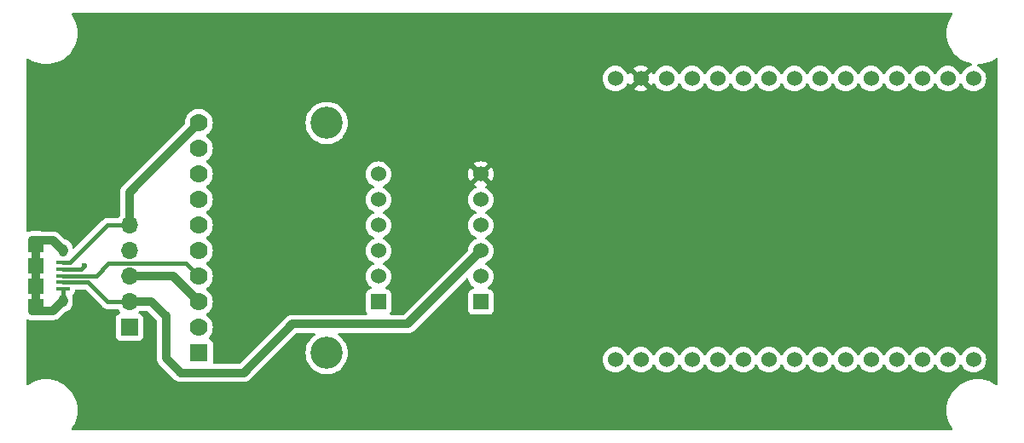
<source format=gbr>
%TF.GenerationSoftware,KiCad,Pcbnew,8.0.4*%
%TF.CreationDate,2024-08-26T16:43:06+08:00*%
%TF.ProjectId,ESP8266_Calib_Module,45535038-3236-4365-9f43-616c69625f4d,rev?*%
%TF.SameCoordinates,Original*%
%TF.FileFunction,Copper,L1,Top*%
%TF.FilePolarity,Positive*%
%FSLAX46Y46*%
G04 Gerber Fmt 4.6, Leading zero omitted, Abs format (unit mm)*
G04 Created by KiCad (PCBNEW 8.0.4) date 2024-08-26 16:43:06*
%MOMM*%
%LPD*%
G01*
G04 APERTURE LIST*
%TA.AperFunction,ComponentPad*%
%ADD10C,1.524000*%
%TD*%
%TA.AperFunction,ComponentPad*%
%ADD11R,1.524000X1.524000*%
%TD*%
%TA.AperFunction,SMDPad,CuDef*%
%ADD12R,1.350000X0.400000*%
%TD*%
%TA.AperFunction,ComponentPad*%
%ADD13O,1.550000X0.890000*%
%TD*%
%TA.AperFunction,SMDPad,CuDef*%
%ADD14R,1.550000X1.200000*%
%TD*%
%TA.AperFunction,ComponentPad*%
%ADD15O,0.950000X1.250000*%
%TD*%
%TA.AperFunction,SMDPad,CuDef*%
%ADD16R,1.550000X1.500000*%
%TD*%
%TA.AperFunction,ComponentPad*%
%ADD17R,1.778000X1.778000*%
%TD*%
%TA.AperFunction,ComponentPad*%
%ADD18C,1.778000*%
%TD*%
%TA.AperFunction,ComponentPad*%
%ADD19C,3.200000*%
%TD*%
%TA.AperFunction,ComponentPad*%
%ADD20R,1.700000X1.700000*%
%TD*%
%TA.AperFunction,ComponentPad*%
%ADD21O,1.700000X1.700000*%
%TD*%
%TA.AperFunction,ViaPad*%
%ADD22C,0.600000*%
%TD*%
%TA.AperFunction,Conductor*%
%ADD23C,0.812800*%
%TD*%
%TA.AperFunction,Conductor*%
%ADD24C,0.406400*%
%TD*%
G04 APERTURE END LIST*
D10*
%TO.P,U4,1,A0*%
%TO.N,unconnected-(U4-A0-Pad1)*%
X83975000Y-59970000D03*
%TO.P,U4,2,G*%
%TO.N,/GND*%
X86515000Y-59970000D03*
%TO.P,U4,3,VU*%
%TO.N,/5V*%
X89055000Y-59970000D03*
%TO.P,U4,4,S3*%
%TO.N,unconnected-(U4-S3-Pad4)*%
X91595000Y-59970000D03*
%TO.P,U4,5,S2*%
%TO.N,unconnected-(U4-S2-Pad5)*%
X94135000Y-59970000D03*
%TO.P,U4,6,S1*%
%TO.N,unconnected-(U4-S1-Pad6)*%
X96675000Y-59970000D03*
%TO.P,U4,7,SC*%
%TO.N,unconnected-(U4-SC-Pad7)*%
X99215000Y-59970000D03*
%TO.P,U4,8,S0*%
%TO.N,unconnected-(U4-S0-Pad8)*%
X101755000Y-59970000D03*
%TO.P,U4,9,SK*%
%TO.N,unconnected-(U4-SK-Pad9)*%
X104295000Y-59970000D03*
%TO.P,U4,10,G*%
%TO.N,/GND*%
X106835000Y-59970000D03*
%TO.P,U4,11,3V*%
%TO.N,/3V*%
X109375000Y-59970000D03*
%TO.P,U4,12,EN*%
%TO.N,unconnected-(U4-EN-Pad12)*%
X111915000Y-59970000D03*
%TO.P,U4,13,RST*%
%TO.N,unconnected-(U4-RST-Pad13)*%
X114455000Y-59970000D03*
%TO.P,U4,14,G*%
%TO.N,/GND*%
X116995000Y-59970000D03*
%TO.P,U4,15,VIN*%
%TO.N,unconnected-(U4-VIN-Pad15)*%
X119535000Y-59970000D03*
%TO.P,U4,16,3V*%
%TO.N,/3V*%
X119535000Y-32030000D03*
%TO.P,U4,17,G*%
%TO.N,/GND*%
X116995000Y-32030000D03*
%TO.P,U4,18,TX*%
%TO.N,unconnected-(U4-TX-Pad18)*%
X114455000Y-32030000D03*
%TO.P,U4,19,RX*%
%TO.N,unconnected-(U4-RX-Pad19)*%
X111915000Y-32030000D03*
%TO.P,U4,20,D8*%
%TO.N,unconnected-(U4-D8-Pad20)*%
X109375000Y-32030000D03*
%TO.P,U4,21,D7*%
%TO.N,/EN_0*%
X106835000Y-32030000D03*
%TO.P,U4,22,D6*%
%TO.N,/EN_1*%
X104295000Y-32030000D03*
%TO.P,U4,23,D5*%
%TO.N,/ALRT*%
X101755000Y-32030000D03*
%TO.P,U4,24,G*%
%TO.N,/GND*%
X99215000Y-32030000D03*
%TO.P,U4,25,3V*%
%TO.N,/3V*%
X96675000Y-32030000D03*
%TO.P,U4,26,D4*%
%TO.N,unconnected-(U4-D4-Pad26)*%
X94135000Y-32030000D03*
%TO.P,U4,27,D3*%
%TO.N,unconnected-(U4-D3-Pad27)*%
X91595000Y-32030000D03*
%TO.P,U4,28,D2*%
%TO.N,/SDA*%
X89055000Y-32030000D03*
%TO.P,U4,29,D1*%
%TO.N,/SCL*%
X86515000Y-32030000D03*
%TO.P,U4,30,D0*%
%TO.N,unconnected-(U4-D0-Pad30)*%
X83975000Y-32030000D03*
%TD*%
%TO.P,U2,GND_1,GND*%
%TO.N,/GND*%
X60455000Y-46610000D03*
%TO.P,U2,GND_2,GND*%
X70615000Y-46610000D03*
%TO.P,U2,HV,HV*%
%TO.N,/5V*%
X60455000Y-49150000D03*
D11*
%TO.P,U2,HV1,HV1*%
%TO.N,/ALRT_H*%
X60455000Y-54230000D03*
D10*
%TO.P,U2,HV2,HV2*%
%TO.N,unconnected-(U2-PadHV2)*%
X60455000Y-51690000D03*
%TO.P,U2,HV3,HV3*%
%TO.N,/SDA_H*%
X60455000Y-44070000D03*
%TO.P,U2,HV4,HV4*%
%TO.N,/SCL_H*%
X60455000Y-41530000D03*
%TO.P,U2,LV,LV*%
%TO.N,/3V*%
X70615000Y-49150000D03*
D11*
%TO.P,U2,LV1,LV1*%
%TO.N,/ALRT*%
X70615000Y-54230000D03*
D10*
%TO.P,U2,LV2,LV2*%
%TO.N,unconnected-(U2-PadLV2)*%
X70615000Y-51690000D03*
%TO.P,U2,LV3,LV3*%
%TO.N,/SDA*%
X70615000Y-44070000D03*
%TO.P,U2,LV4,LV4*%
%TO.N,/SCL*%
X70615000Y-41530000D03*
%TD*%
D12*
%TO.P,J2,1,VBUS*%
%TO.N,/5V*%
X29110000Y-50330000D03*
%TO.P,J2,2,D-*%
%TO.N,/EN_0*%
X29110000Y-50980000D03*
%TO.P,J2,3,D+*%
%TO.N,/A0*%
X29110000Y-51630000D03*
%TO.P,J2,4,ID*%
%TO.N,/3V*%
X29110000Y-52280000D03*
%TO.P,J2,5,GND*%
%TO.N,/GND*%
X29110000Y-52930000D03*
D13*
%TO.P,J2,6,Shield*%
X26410000Y-48130000D03*
D14*
X26410000Y-48730000D03*
D15*
X29110000Y-49130000D03*
D16*
X26410000Y-50630000D03*
X26410000Y-52630000D03*
D15*
X29110000Y-54130000D03*
D14*
X26410000Y-54530000D03*
D13*
X26410000Y-55130000D03*
%TD*%
D17*
%TO.P,U3,1,A3*%
%TO.N,unconnected-(U3-A3-Pad1)*%
X42617500Y-59310000D03*
D18*
%TO.P,U3,2,A2*%
%TO.N,unconnected-(U3-A2-Pad2)*%
X42617500Y-56770000D03*
%TO.P,U3,3,A1*%
%TO.N,/A1*%
X42617500Y-54230000D03*
%TO.P,U3,4,A0*%
%TO.N,/A0*%
X42617500Y-51690000D03*
%TO.P,U3,5,ALERT*%
%TO.N,/ALRT_H*%
X42617500Y-49150000D03*
%TO.P,U3,6,ADDR*%
%TO.N,/GND*%
X42617500Y-46610000D03*
%TO.P,U3,7,SDA*%
%TO.N,/SDA_H*%
X42617500Y-44070000D03*
%TO.P,U3,8,SCL*%
%TO.N,/SCL_H*%
X42617500Y-41530000D03*
%TO.P,U3,9,GND*%
%TO.N,/GND*%
X42617500Y-38990000D03*
%TO.P,U3,10,VDD*%
%TO.N,/5V*%
X42617500Y-36450000D03*
D19*
%TO.P,U3,P1*%
%TO.N,N/C*%
X55317500Y-36450000D03*
%TO.P,U3,P2*%
X55317500Y-59310000D03*
%TD*%
D20*
%TO.P,J1,1,Pin_1*%
%TO.N,/GND*%
X35725000Y-56755000D03*
D21*
%TO.P,J1,2,Pin_2*%
%TO.N,/3V*%
X35725000Y-54215000D03*
%TO.P,J1,3,Pin_3*%
%TO.N,/A1*%
X35725000Y-51675000D03*
%TO.P,J1,4,Pin_4*%
%TO.N,/EN_1*%
X35725000Y-49135000D03*
%TO.P,J1,5,Pin_5*%
%TO.N,/5V*%
X35725000Y-46595000D03*
%TD*%
D22*
%TO.N,/EN_0*%
X31250000Y-50675000D03*
%TD*%
D23*
%TO.N,/3V*%
X47075000Y-61275000D02*
X40825000Y-61275000D01*
X63340000Y-56425000D02*
X51925000Y-56425000D01*
D24*
X29110000Y-52280000D02*
X31630000Y-52280000D01*
D23*
X39350000Y-59800000D02*
X39350000Y-55675000D01*
X70615000Y-49150000D02*
X63340000Y-56425000D01*
X39350000Y-55675000D02*
X37890000Y-54215000D01*
X51925000Y-56425000D02*
X47075000Y-61275000D01*
D24*
X31630000Y-52280000D02*
X33565000Y-54215000D01*
D23*
X37890000Y-54215000D02*
X35725000Y-54215000D01*
X40825000Y-61275000D02*
X39350000Y-59800000D01*
D24*
X33565000Y-54215000D02*
X35725000Y-54215000D01*
D23*
%TO.N,/5V*%
X35725000Y-43342500D02*
X35725000Y-46595000D01*
D24*
X33555000Y-46595000D02*
X29820000Y-50330000D01*
D23*
X42617500Y-36450000D02*
X35725000Y-43342500D01*
D24*
X35725000Y-46595000D02*
X33555000Y-46595000D01*
X29820000Y-50330000D02*
X29110000Y-50330000D01*
D23*
%TO.N,/GND*%
X28110000Y-48130000D02*
X29110000Y-49130000D01*
X26410000Y-55130000D02*
X28110000Y-55130000D01*
X26410000Y-52630000D02*
X26410000Y-50630000D01*
D24*
X29110000Y-52930000D02*
X29110000Y-54130000D01*
D23*
X26410000Y-48130000D02*
X28110000Y-48130000D01*
X28110000Y-55130000D02*
X29110000Y-54130000D01*
X26410000Y-55130000D02*
X26410000Y-52630000D01*
X26410000Y-48130000D02*
X26410000Y-50630000D01*
%TO.N,/A1*%
X40062500Y-51675000D02*
X42617500Y-54230000D01*
X35725000Y-51675000D02*
X40062500Y-51675000D01*
D24*
%TO.N,/A0*%
X33653200Y-50421800D02*
X32445000Y-51630000D01*
X32445000Y-51630000D02*
X29110000Y-51630000D01*
X42617500Y-51690000D02*
X41349300Y-50421800D01*
X41349300Y-50421800D02*
X33653200Y-50421800D01*
%TO.N,/EN_0*%
X30945000Y-50980000D02*
X31250000Y-50675000D01*
X29110000Y-50980000D02*
X30945000Y-50980000D01*
%TD*%
%TA.AperFunction,Conductor*%
%TO.N,/SCL*%
G36*
X30030944Y-25520185D02*
G01*
X29985189Y-25572989D01*
X29975245Y-25642147D01*
X29996853Y-25696255D01*
X30104405Y-25847835D01*
X30272856Y-26152625D01*
X30367089Y-26380124D01*
X30404592Y-26470666D01*
X30406122Y-26474359D01*
X30502526Y-26808982D01*
X30502528Y-26808990D01*
X30560858Y-27152299D01*
X30560860Y-27152311D01*
X30580385Y-27500000D01*
X30560860Y-27847688D01*
X30560858Y-27847700D01*
X30502528Y-28191009D01*
X30502526Y-28191017D01*
X30475500Y-28284825D01*
X30406121Y-28525644D01*
X30272855Y-28847376D01*
X30104405Y-29152164D01*
X29902888Y-29436176D01*
X29670839Y-29695839D01*
X29411176Y-29927888D01*
X29127164Y-30129405D01*
X28822376Y-30297855D01*
X28500644Y-30431121D01*
X28166013Y-30527527D01*
X27822693Y-30585859D01*
X27475000Y-30605385D01*
X27127307Y-30585859D01*
X26783987Y-30527527D01*
X26449356Y-30431121D01*
X26127624Y-30297855D01*
X25822836Y-30129405D01*
X25696254Y-30039590D01*
X25630190Y-30016851D01*
X25562318Y-30033438D01*
X25514188Y-30084087D01*
X25500500Y-30140720D01*
X25500500Y-47161055D01*
X25520185Y-47228094D01*
X25572989Y-47273849D01*
X25642147Y-47283793D01*
X25671952Y-47275616D01*
X25804204Y-47220836D01*
X25804216Y-47220833D01*
X25986873Y-47184500D01*
X25986876Y-47184500D01*
X26833124Y-47184500D01*
X26833127Y-47184500D01*
X27015201Y-47220717D01*
X27039392Y-47223100D01*
X28199324Y-47223100D01*
X28374528Y-47257950D01*
X28374534Y-47257952D01*
X28539577Y-47326315D01*
X28688120Y-47425567D01*
X29255594Y-47993041D01*
X29316917Y-48026526D01*
X29319083Y-48026977D01*
X29394538Y-48041986D01*
X29394548Y-48041989D01*
X29572069Y-48115520D01*
X29572071Y-48115521D01*
X29731845Y-48222279D01*
X29731849Y-48222282D01*
X29867718Y-48358151D01*
X29867721Y-48358155D01*
X29974479Y-48517929D01*
X29974480Y-48517931D01*
X30048011Y-48695452D01*
X30048014Y-48695462D01*
X30071002Y-48811029D01*
X30103387Y-48872940D01*
X30164103Y-48907514D01*
X30233873Y-48903773D01*
X30280300Y-48874518D01*
X33004060Y-46150758D01*
X33004080Y-46150736D01*
X33106415Y-46048401D01*
X33221677Y-45971386D01*
X33349734Y-45918344D01*
X33349743Y-45918341D01*
X33355625Y-45917172D01*
X33355631Y-45917169D01*
X33355631Y-45917170D01*
X33420661Y-45904235D01*
X33485691Y-45891299D01*
X33485692Y-45891299D01*
X33624308Y-45891299D01*
X33630422Y-45891299D01*
X33630442Y-45891300D01*
X34504530Y-45891300D01*
X34571569Y-45871615D01*
X34606105Y-45838423D01*
X34686507Y-45723596D01*
X34781781Y-45628322D01*
X34815266Y-45566999D01*
X34818100Y-45540641D01*
X34818100Y-43253175D01*
X34852951Y-43077972D01*
X34852952Y-43077971D01*
X34852952Y-43077967D01*
X34921316Y-42912922D01*
X34921317Y-42912921D01*
X34921320Y-42912915D01*
X35020564Y-42764386D01*
X35083309Y-42701641D01*
X35146885Y-42638065D01*
X41191146Y-36593804D01*
X41224631Y-36532481D01*
X41227041Y-36495886D01*
X41223238Y-36450000D01*
X41242254Y-36220512D01*
X41298783Y-35997284D01*
X41391283Y-35786405D01*
X41517229Y-35593629D01*
X41544145Y-35564390D01*
X41673192Y-35424208D01*
X41760744Y-35356064D01*
X41854909Y-35282772D01*
X42057431Y-35173172D01*
X42057439Y-35173169D01*
X42275226Y-35098402D01*
X42445580Y-35069975D01*
X42502363Y-35060500D01*
X42732637Y-35060500D01*
X42778064Y-35068080D01*
X42959775Y-35098402D01*
X43177562Y-35173169D01*
X43177570Y-35173172D01*
X43380092Y-35282772D01*
X43561806Y-35424206D01*
X43561811Y-35424211D01*
X43717772Y-35593629D01*
X43843718Y-35786405D01*
X43936218Y-35997285D01*
X43992747Y-36220515D01*
X44011762Y-36449994D01*
X44011762Y-36450005D01*
X43992747Y-36679484D01*
X43936218Y-36902714D01*
X43843718Y-37113594D01*
X43717772Y-37306370D01*
X43717769Y-37306373D01*
X43561808Y-37475792D01*
X43474256Y-37543936D01*
X43376041Y-37620380D01*
X43377024Y-37621641D01*
X43336317Y-37669349D01*
X43326900Y-37738581D01*
X43356408Y-37801914D01*
X43376364Y-37819205D01*
X43376041Y-37819620D01*
X43561806Y-37964206D01*
X43561811Y-37964211D01*
X43717772Y-38133629D01*
X43843718Y-38326405D01*
X43936218Y-38537285D01*
X43992747Y-38760515D01*
X44011762Y-38989994D01*
X44011762Y-38990005D01*
X43992747Y-39219484D01*
X43936218Y-39442714D01*
X43843718Y-39653594D01*
X43717772Y-39846370D01*
X43717769Y-39846373D01*
X43561808Y-40015792D01*
X43444909Y-40106778D01*
X43376041Y-40160380D01*
X43377024Y-40161641D01*
X43336317Y-40209349D01*
X43326900Y-40278581D01*
X43356408Y-40341914D01*
X43376364Y-40359205D01*
X43376041Y-40359620D01*
X43561806Y-40504206D01*
X43561811Y-40504211D01*
X43717772Y-40673629D01*
X43843718Y-40866405D01*
X43936218Y-41077285D01*
X43992747Y-41300515D01*
X44011762Y-41529994D01*
X44011762Y-41530005D01*
X43992747Y-41759484D01*
X43936218Y-41982714D01*
X43843718Y-42193594D01*
X43717772Y-42386370D01*
X43717769Y-42386373D01*
X43561808Y-42555792D01*
X43469632Y-42627535D01*
X43376041Y-42700380D01*
X43377024Y-42701641D01*
X43336317Y-42749349D01*
X43326900Y-42818581D01*
X43356408Y-42881914D01*
X43376364Y-42899205D01*
X43376041Y-42899620D01*
X43561806Y-43044206D01*
X43561811Y-43044211D01*
X43717772Y-43213629D01*
X43843718Y-43406405D01*
X43936218Y-43617285D01*
X43992747Y-43840515D01*
X44011762Y-44069994D01*
X44011762Y-44070005D01*
X43992747Y-44299484D01*
X43936218Y-44522714D01*
X43843718Y-44733594D01*
X43717772Y-44926370D01*
X43717769Y-44926373D01*
X43561808Y-45095792D01*
X43469632Y-45167535D01*
X43376041Y-45240380D01*
X43377024Y-45241641D01*
X43336317Y-45289349D01*
X43326900Y-45358581D01*
X43356408Y-45421914D01*
X43376364Y-45439205D01*
X43376041Y-45439620D01*
X43561806Y-45584206D01*
X43561811Y-45584211D01*
X43717772Y-45753629D01*
X43843718Y-45946405D01*
X43936218Y-46157285D01*
X43992747Y-46380515D01*
X44011762Y-46609994D01*
X44011762Y-46610005D01*
X43992747Y-46839484D01*
X43936218Y-47062714D01*
X43843718Y-47273594D01*
X43717772Y-47466370D01*
X43677398Y-47510227D01*
X43561808Y-47635792D01*
X43469632Y-47707535D01*
X43376041Y-47780380D01*
X43377024Y-47781641D01*
X43336317Y-47829349D01*
X43326900Y-47898581D01*
X43356408Y-47961914D01*
X43376364Y-47979205D01*
X43376041Y-47979620D01*
X43561806Y-48124206D01*
X43561811Y-48124211D01*
X43717772Y-48293629D01*
X43843718Y-48486405D01*
X43936218Y-48697285D01*
X43992747Y-48920515D01*
X44011762Y-49149994D01*
X44011762Y-49150005D01*
X43992747Y-49379484D01*
X43936218Y-49602714D01*
X43843718Y-49813594D01*
X43717772Y-50006370D01*
X43682041Y-50045184D01*
X43561808Y-50175792D01*
X43469632Y-50247535D01*
X43376041Y-50320380D01*
X43377024Y-50321641D01*
X43336317Y-50369349D01*
X43326900Y-50438581D01*
X43356408Y-50501914D01*
X43376364Y-50519205D01*
X43376041Y-50519620D01*
X43561806Y-50664206D01*
X43561811Y-50664211D01*
X43717772Y-50833629D01*
X43843718Y-51026405D01*
X43936218Y-51237285D01*
X43992747Y-51460515D01*
X44011762Y-51689994D01*
X44011762Y-51690005D01*
X43992747Y-51919484D01*
X43936218Y-52142714D01*
X43843718Y-52353594D01*
X43717772Y-52546370D01*
X43685064Y-52581900D01*
X43561808Y-52715792D01*
X43458111Y-52796502D01*
X43376041Y-52860380D01*
X43377024Y-52861641D01*
X43336317Y-52909349D01*
X43326900Y-52978581D01*
X43356408Y-53041914D01*
X43376364Y-53059205D01*
X43376041Y-53059620D01*
X43561806Y-53204206D01*
X43561811Y-53204211D01*
X43717772Y-53373629D01*
X43843718Y-53566405D01*
X43936218Y-53777285D01*
X43992747Y-54000515D01*
X44011762Y-54229994D01*
X44011762Y-54230005D01*
X43992747Y-54459484D01*
X43936218Y-54682714D01*
X43843718Y-54893594D01*
X43717772Y-55086370D01*
X43685064Y-55121900D01*
X43561808Y-55255792D01*
X43549458Y-55265404D01*
X43376041Y-55400380D01*
X43377024Y-55401641D01*
X43336317Y-55449349D01*
X43326900Y-55518581D01*
X43356408Y-55581914D01*
X43376364Y-55599205D01*
X43376041Y-55599620D01*
X43561806Y-55744206D01*
X43561811Y-55744211D01*
X43717772Y-55913629D01*
X43843718Y-56106405D01*
X43936218Y-56317285D01*
X43992747Y-56540515D01*
X44011762Y-56769994D01*
X44011762Y-56770005D01*
X43992747Y-56999484D01*
X43936218Y-57222714D01*
X43843718Y-57433594D01*
X43717772Y-57626370D01*
X43717769Y-57626373D01*
X43610219Y-57743204D01*
X43579297Y-57805858D01*
X43587157Y-57875284D01*
X43631304Y-57929439D01*
X43658115Y-57943368D01*
X43748830Y-57977203D01*
X43748836Y-57977206D01*
X43864045Y-58063452D01*
X43864048Y-58063455D01*
X43950294Y-58178664D01*
X43950298Y-58178671D01*
X44000592Y-58313517D01*
X44006999Y-58373116D01*
X44006999Y-58373123D01*
X44007000Y-58373135D01*
X44006999Y-60244100D01*
X44026684Y-60311139D01*
X44079487Y-60356894D01*
X44130999Y-60368100D01*
X46647988Y-60368100D01*
X46715027Y-60348415D01*
X46735669Y-60331781D01*
X51346882Y-55720567D01*
X51346886Y-55720564D01*
X51495416Y-55621319D01*
X51495425Y-55621314D01*
X51660467Y-55552952D01*
X51660473Y-55552950D01*
X51835676Y-55518100D01*
X51835678Y-55518100D01*
X59213911Y-55518100D01*
X59280950Y-55498415D01*
X59326705Y-55445611D01*
X59336649Y-55376453D01*
X59313178Y-55319789D01*
X59301997Y-55304853D01*
X59249204Y-55234331D01*
X59198909Y-55099483D01*
X59192500Y-55039873D01*
X59192501Y-53420128D01*
X59198909Y-53360517D01*
X59205220Y-53343597D01*
X59249203Y-53225671D01*
X59249207Y-53225664D01*
X59335453Y-53110455D01*
X59335456Y-53110452D01*
X59450665Y-53024206D01*
X59450672Y-53024202D01*
X59585518Y-52973908D01*
X59585517Y-52973908D01*
X59645117Y-52967501D01*
X59645119Y-52967500D01*
X59645127Y-52967500D01*
X59645135Y-52967500D01*
X59685079Y-52967500D01*
X59752118Y-52947815D01*
X59797873Y-52895011D01*
X59807817Y-52825853D01*
X59778792Y-52762297D01*
X59756202Y-52741925D01*
X59640380Y-52660826D01*
X59484174Y-52504620D01*
X59357466Y-52323662D01*
X59264106Y-52123450D01*
X59206930Y-51910068D01*
X59187677Y-51690000D01*
X59187678Y-51689994D01*
X59196717Y-51586668D01*
X59206930Y-51469932D01*
X59264106Y-51256550D01*
X59357466Y-51056339D01*
X59484174Y-50875380D01*
X59640380Y-50719174D01*
X59640384Y-50719171D01*
X59640385Y-50719170D01*
X59821334Y-50592468D01*
X59821342Y-50592464D01*
X59950189Y-50532382D01*
X60002629Y-50486210D01*
X60021781Y-50419017D01*
X60001565Y-50352135D01*
X59950189Y-50307618D01*
X59944198Y-50304824D01*
X59821338Y-50247534D01*
X59640380Y-50120826D01*
X59484174Y-49964620D01*
X59357466Y-49783662D01*
X59264106Y-49583450D01*
X59206930Y-49370068D01*
X59187677Y-49150000D01*
X59187678Y-49149994D01*
X59206930Y-48929937D01*
X59206930Y-48929933D01*
X59206930Y-48929932D01*
X59264106Y-48716550D01*
X59357466Y-48516339D01*
X59468227Y-48358155D01*
X59484173Y-48335381D01*
X59555957Y-48263597D01*
X59640380Y-48179174D01*
X59640384Y-48179171D01*
X59640385Y-48179170D01*
X59821334Y-48052468D01*
X59821342Y-48052464D01*
X59950189Y-47992382D01*
X60002629Y-47946210D01*
X60021781Y-47879017D01*
X60001565Y-47812135D01*
X59950189Y-47767618D01*
X59941197Y-47763425D01*
X59821338Y-47707534D01*
X59640380Y-47580826D01*
X59484174Y-47424620D01*
X59357466Y-47243662D01*
X59264106Y-47043450D01*
X59206930Y-46830068D01*
X59187677Y-46610000D01*
X59187678Y-46609994D01*
X59206930Y-46389937D01*
X59206930Y-46389932D01*
X59264106Y-46176550D01*
X59357466Y-45976339D01*
X59484174Y-45795380D01*
X59640380Y-45639174D01*
X59640384Y-45639171D01*
X59640385Y-45639170D01*
X59821334Y-45512468D01*
X59821342Y-45512464D01*
X59950189Y-45452382D01*
X60002629Y-45406210D01*
X60021781Y-45339017D01*
X60001565Y-45272135D01*
X59950189Y-45227618D01*
X59944198Y-45224824D01*
X59821338Y-45167534D01*
X59640380Y-45040826D01*
X59484174Y-44884620D01*
X59357466Y-44703662D01*
X59264106Y-44503450D01*
X59206930Y-44290068D01*
X59187677Y-44070000D01*
X59187678Y-44069994D01*
X59206930Y-43849937D01*
X59206930Y-43849932D01*
X59264106Y-43636550D01*
X59357466Y-43436339D01*
X59484174Y-43255380D01*
X59640380Y-43099174D01*
X59640384Y-43099171D01*
X59640385Y-43099170D01*
X59821334Y-42972468D01*
X59821342Y-42972464D01*
X59950189Y-42912382D01*
X60002629Y-42866210D01*
X60021781Y-42799017D01*
X60001565Y-42732135D01*
X59950189Y-42687618D01*
X59944198Y-42684824D01*
X59821338Y-42627534D01*
X59640380Y-42500826D01*
X59484174Y-42344620D01*
X59357466Y-42163662D01*
X59264106Y-41963450D01*
X59206930Y-41750068D01*
X59187677Y-41530000D01*
X59187678Y-41529994D01*
X59194897Y-41447474D01*
X59206930Y-41309932D01*
X59264106Y-41096550D01*
X59357466Y-40896339D01*
X59484174Y-40715380D01*
X59640380Y-40559174D01*
X59640384Y-40559171D01*
X59640385Y-40559170D01*
X59821334Y-40432468D01*
X59821338Y-40432466D01*
X59821340Y-40432465D01*
X60021550Y-40339106D01*
X60021553Y-40339105D01*
X60021555Y-40339104D01*
X60234930Y-40281930D01*
X60234938Y-40281929D01*
X60454998Y-40262677D01*
X60455002Y-40262677D01*
X60675063Y-40281929D01*
X60675071Y-40281930D01*
X60888446Y-40339104D01*
X60888452Y-40339107D01*
X61088660Y-40432465D01*
X61088662Y-40432466D01*
X61269623Y-40559175D01*
X61425825Y-40715377D01*
X61552534Y-40896338D01*
X61552535Y-40896340D01*
X61645893Y-41096548D01*
X61645896Y-41096554D01*
X61703070Y-41309929D01*
X61703071Y-41309937D01*
X61722323Y-41529997D01*
X61722323Y-41530002D01*
X61703071Y-41750062D01*
X61703070Y-41750070D01*
X61645896Y-41963445D01*
X61645895Y-41963447D01*
X61645894Y-41963450D01*
X61636911Y-41982714D01*
X61552534Y-42163662D01*
X61552532Y-42163666D01*
X61425830Y-42344615D01*
X61425825Y-42344621D01*
X61269622Y-42500824D01*
X61269616Y-42500829D01*
X61088667Y-42627531D01*
X61088665Y-42627532D01*
X61088662Y-42627534D01*
X60969252Y-42683215D01*
X60959811Y-42687618D01*
X60907372Y-42733790D01*
X60888220Y-42800984D01*
X60908436Y-42867865D01*
X60959811Y-42912382D01*
X61088660Y-42972465D01*
X61088662Y-42972466D01*
X61269623Y-43099175D01*
X61425825Y-43255377D01*
X61552534Y-43436338D01*
X61552535Y-43436340D01*
X61645893Y-43636548D01*
X61645896Y-43636554D01*
X61703070Y-43849929D01*
X61703071Y-43849937D01*
X61722323Y-44069997D01*
X61722323Y-44070002D01*
X61703071Y-44290062D01*
X61703070Y-44290070D01*
X61645896Y-44503445D01*
X61645895Y-44503447D01*
X61645894Y-44503450D01*
X61636911Y-44522714D01*
X61552534Y-44703662D01*
X61552532Y-44703666D01*
X61425830Y-44884615D01*
X61425825Y-44884621D01*
X61269622Y-45040824D01*
X61269616Y-45040829D01*
X61088667Y-45167531D01*
X61088665Y-45167532D01*
X61088662Y-45167534D01*
X60969252Y-45223215D01*
X60959811Y-45227618D01*
X60907372Y-45273790D01*
X60888220Y-45340984D01*
X60908436Y-45407865D01*
X60959811Y-45452382D01*
X61088660Y-45512465D01*
X61088662Y-45512466D01*
X61269623Y-45639175D01*
X61425825Y-45795377D01*
X61552534Y-45976338D01*
X61552535Y-45976340D01*
X61645893Y-46176548D01*
X61645896Y-46176554D01*
X61703070Y-46389929D01*
X61703071Y-46389937D01*
X61722323Y-46609997D01*
X61722323Y-46610002D01*
X61703071Y-46830062D01*
X61703070Y-46830070D01*
X61645896Y-47043445D01*
X61645895Y-47043447D01*
X61645894Y-47043450D01*
X61563233Y-47220717D01*
X61552534Y-47243662D01*
X61552532Y-47243666D01*
X61425830Y-47424615D01*
X61425825Y-47424621D01*
X61269622Y-47580824D01*
X61269616Y-47580829D01*
X61088667Y-47707531D01*
X61088665Y-47707532D01*
X61088662Y-47707534D01*
X60969252Y-47763215D01*
X60959811Y-47767618D01*
X60907372Y-47813790D01*
X60888220Y-47880984D01*
X60908436Y-47947865D01*
X60959811Y-47992382D01*
X61088660Y-48052465D01*
X61088662Y-48052466D01*
X61269623Y-48179175D01*
X61425825Y-48335377D01*
X61552534Y-48516338D01*
X61552535Y-48516340D01*
X61645893Y-48716548D01*
X61645896Y-48716554D01*
X61703070Y-48929929D01*
X61703071Y-48929937D01*
X61722323Y-49149997D01*
X61722323Y-49150002D01*
X61703071Y-49370062D01*
X61703070Y-49370070D01*
X61645896Y-49583445D01*
X61645895Y-49583447D01*
X61645894Y-49583450D01*
X61570496Y-49745142D01*
X61552534Y-49783662D01*
X61552532Y-49783666D01*
X61425830Y-49964615D01*
X61425825Y-49964621D01*
X61269622Y-50120824D01*
X61269616Y-50120829D01*
X61088667Y-50247531D01*
X61088665Y-50247532D01*
X61088662Y-50247534D01*
X60969252Y-50303215D01*
X60959811Y-50307618D01*
X60907372Y-50353790D01*
X60888220Y-50420984D01*
X60908436Y-50487865D01*
X60959811Y-50532382D01*
X61088660Y-50592465D01*
X61088662Y-50592466D01*
X61269623Y-50719175D01*
X61425825Y-50875377D01*
X61552534Y-51056338D01*
X61552535Y-51056340D01*
X61645893Y-51256548D01*
X61645896Y-51256554D01*
X61703070Y-51469929D01*
X61703071Y-51469937D01*
X61722323Y-51689997D01*
X61722323Y-51690002D01*
X61703071Y-51910062D01*
X61703070Y-51910070D01*
X61645896Y-52123445D01*
X61645895Y-52123447D01*
X61645894Y-52123450D01*
X61585199Y-52253611D01*
X61552534Y-52323662D01*
X61552532Y-52323666D01*
X61425830Y-52504615D01*
X61425826Y-52504620D01*
X61269620Y-52660826D01*
X61194404Y-52713493D01*
X61153798Y-52741925D01*
X61110173Y-52796502D01*
X61102979Y-52866000D01*
X61134502Y-52928355D01*
X61194731Y-52963769D01*
X61224918Y-52967500D01*
X61264869Y-52967500D01*
X61264877Y-52967501D01*
X61324484Y-52973908D01*
X61459329Y-53024202D01*
X61459336Y-53024206D01*
X61574545Y-53110452D01*
X61574548Y-53110455D01*
X61660794Y-53225664D01*
X61660798Y-53225671D01*
X61711092Y-53360517D01*
X61716553Y-53411316D01*
X61717499Y-53420123D01*
X61717500Y-53420135D01*
X61717500Y-55039870D01*
X61717499Y-55039876D01*
X61711092Y-55099483D01*
X61660798Y-55234328D01*
X61660797Y-55234330D01*
X61596822Y-55319789D01*
X61572405Y-55385253D01*
X61587256Y-55453526D01*
X61636661Y-55502932D01*
X61696089Y-55518100D01*
X62912987Y-55518100D01*
X62980026Y-55498415D01*
X63000668Y-55481781D01*
X69317224Y-49165226D01*
X69350709Y-49103903D01*
X69353070Y-49088360D01*
X69366930Y-48929932D01*
X69424106Y-48716550D01*
X69517466Y-48516339D01*
X69628227Y-48358155D01*
X69644173Y-48335381D01*
X69715957Y-48263597D01*
X69800380Y-48179174D01*
X69800384Y-48179171D01*
X69800385Y-48179170D01*
X69981334Y-48052468D01*
X69981342Y-48052464D01*
X70110189Y-47992382D01*
X70162629Y-47946210D01*
X70181781Y-47879017D01*
X70161565Y-47812135D01*
X70110189Y-47767618D01*
X70101197Y-47763425D01*
X69981338Y-47707534D01*
X69800380Y-47580826D01*
X69644174Y-47424620D01*
X69517466Y-47243662D01*
X69424106Y-47043450D01*
X69366930Y-46830068D01*
X69347677Y-46610000D01*
X69347678Y-46609994D01*
X69366930Y-46389937D01*
X69366930Y-46389932D01*
X69424106Y-46176550D01*
X69517466Y-45976339D01*
X69644174Y-45795380D01*
X69800380Y-45639174D01*
X69800384Y-45639171D01*
X69800385Y-45639170D01*
X69981334Y-45512468D01*
X69981342Y-45512464D01*
X70110189Y-45452382D01*
X70162629Y-45406210D01*
X70181781Y-45339017D01*
X70161565Y-45272135D01*
X70110189Y-45227618D01*
X70104198Y-45224824D01*
X69981338Y-45167534D01*
X69800380Y-45040826D01*
X69644174Y-44884620D01*
X69517466Y-44703662D01*
X69424106Y-44503450D01*
X69366930Y-44290068D01*
X69347677Y-44070000D01*
X69347678Y-44069994D01*
X69366930Y-43849937D01*
X69366930Y-43849932D01*
X69424106Y-43636550D01*
X69517466Y-43436339D01*
X69644174Y-43255380D01*
X69800380Y-43099174D01*
X69800384Y-43099171D01*
X69800385Y-43099170D01*
X69981334Y-42972468D01*
X69981338Y-42972466D01*
X70110782Y-42912105D01*
X70163221Y-42865932D01*
X70182373Y-42798739D01*
X70162157Y-42731858D01*
X70110781Y-42687340D01*
X69981584Y-42627095D01*
X69981583Y-42627094D01*
X69916812Y-42581741D01*
X70479058Y-42019494D01*
X70418919Y-42003381D01*
X70303080Y-41936502D01*
X70208498Y-41841920D01*
X70141619Y-41726081D01*
X70125505Y-41665942D01*
X69563259Y-42228188D01*
X69517906Y-42163417D01*
X69517900Y-42163407D01*
X69424581Y-41963284D01*
X69424576Y-41963270D01*
X69367427Y-41749986D01*
X69367425Y-41749976D01*
X69348179Y-41530000D01*
X69348179Y-41529999D01*
X69367425Y-41310023D01*
X69367427Y-41310013D01*
X69424576Y-41096729D01*
X69424580Y-41096720D01*
X69517904Y-40896586D01*
X69563259Y-40831811D01*
X69563260Y-40831810D01*
X70125506Y-41394056D01*
X70141619Y-41333919D01*
X70208498Y-41218080D01*
X70303080Y-41123498D01*
X70418919Y-41056619D01*
X70479058Y-41040505D01*
X69916812Y-40478259D01*
X69916813Y-40478258D01*
X69981589Y-40432901D01*
X69981595Y-40432898D01*
X70181716Y-40339580D01*
X70181730Y-40339575D01*
X70395014Y-40282426D01*
X70395024Y-40282424D01*
X70614999Y-40263179D01*
X70615001Y-40263179D01*
X70834977Y-40282424D01*
X70834987Y-40282426D01*
X71048271Y-40339575D01*
X71048280Y-40339579D01*
X71248410Y-40432901D01*
X71313189Y-40478258D01*
X70750943Y-41040504D01*
X70811081Y-41056619D01*
X70926920Y-41123498D01*
X71021502Y-41218080D01*
X71088381Y-41333919D01*
X71104496Y-41394057D01*
X71666742Y-40831811D01*
X71712099Y-40896590D01*
X71805421Y-41096720D01*
X71805425Y-41096729D01*
X71862574Y-41310013D01*
X71862576Y-41310023D01*
X71881821Y-41529999D01*
X71881821Y-41530000D01*
X71862576Y-41749976D01*
X71862574Y-41749986D01*
X71805425Y-41963270D01*
X71805420Y-41963284D01*
X71712102Y-42163405D01*
X71712099Y-42163411D01*
X71666742Y-42228187D01*
X71666741Y-42228188D01*
X71104496Y-41665942D01*
X71088381Y-41726081D01*
X71021502Y-41841920D01*
X70926920Y-41936502D01*
X70811081Y-42003381D01*
X70750943Y-42019494D01*
X71313190Y-42581740D01*
X71248411Y-42627098D01*
X71119219Y-42687342D01*
X71066780Y-42733514D01*
X71047628Y-42800708D01*
X71067844Y-42867589D01*
X71119219Y-42912106D01*
X71248660Y-42972465D01*
X71248662Y-42972466D01*
X71429623Y-43099175D01*
X71585825Y-43255377D01*
X71712534Y-43436338D01*
X71712535Y-43436340D01*
X71805893Y-43636548D01*
X71805896Y-43636554D01*
X71863070Y-43849929D01*
X71863071Y-43849937D01*
X71882323Y-44069997D01*
X71882323Y-44070002D01*
X71863071Y-44290062D01*
X71863070Y-44290070D01*
X71805896Y-44503445D01*
X71805895Y-44503447D01*
X71805894Y-44503450D01*
X71796911Y-44522714D01*
X71712534Y-44703662D01*
X71712532Y-44703666D01*
X71585830Y-44884615D01*
X71585825Y-44884621D01*
X71429622Y-45040824D01*
X71429616Y-45040829D01*
X71248667Y-45167531D01*
X71248665Y-45167532D01*
X71248662Y-45167534D01*
X71129252Y-45223215D01*
X71119811Y-45227618D01*
X71067372Y-45273790D01*
X71048220Y-45340984D01*
X71068436Y-45407865D01*
X71119811Y-45452382D01*
X71248660Y-45512465D01*
X71248662Y-45512466D01*
X71429623Y-45639175D01*
X71585825Y-45795377D01*
X71712534Y-45976338D01*
X71712535Y-45976340D01*
X71805893Y-46176548D01*
X71805896Y-46176554D01*
X71863070Y-46389929D01*
X71863071Y-46389937D01*
X71882323Y-46609997D01*
X71882323Y-46610002D01*
X71863071Y-46830062D01*
X71863070Y-46830070D01*
X71805896Y-47043445D01*
X71805895Y-47043447D01*
X71805894Y-47043450D01*
X71723233Y-47220717D01*
X71712534Y-47243662D01*
X71712532Y-47243666D01*
X71585830Y-47424615D01*
X71585825Y-47424621D01*
X71429622Y-47580824D01*
X71429616Y-47580829D01*
X71248667Y-47707531D01*
X71248665Y-47707532D01*
X71248662Y-47707534D01*
X71129252Y-47763215D01*
X71119811Y-47767618D01*
X71067372Y-47813790D01*
X71048220Y-47880984D01*
X71068436Y-47947865D01*
X71119811Y-47992382D01*
X71248660Y-48052465D01*
X71248662Y-48052466D01*
X71429623Y-48179175D01*
X71585825Y-48335377D01*
X71712534Y-48516338D01*
X71712535Y-48516340D01*
X71805893Y-48716548D01*
X71805896Y-48716554D01*
X71863070Y-48929929D01*
X71863071Y-48929937D01*
X71882323Y-49149997D01*
X71882323Y-49150002D01*
X71863071Y-49370062D01*
X71863070Y-49370070D01*
X71805896Y-49583445D01*
X71805895Y-49583447D01*
X71805894Y-49583450D01*
X71730496Y-49745142D01*
X71712534Y-49783662D01*
X71712532Y-49783666D01*
X71585830Y-49964615D01*
X71585825Y-49964621D01*
X71429622Y-50120824D01*
X71429616Y-50120829D01*
X71248667Y-50247531D01*
X71248665Y-50247532D01*
X71248662Y-50247534D01*
X71129252Y-50303215D01*
X71119811Y-50307618D01*
X71067372Y-50353790D01*
X71048220Y-50420984D01*
X71068436Y-50487865D01*
X71119811Y-50532382D01*
X71248660Y-50592465D01*
X71248662Y-50592466D01*
X71429623Y-50719175D01*
X71585825Y-50875377D01*
X71712534Y-51056338D01*
X71712535Y-51056340D01*
X71805893Y-51256548D01*
X71805896Y-51256554D01*
X71863070Y-51469929D01*
X71863071Y-51469937D01*
X71882323Y-51689997D01*
X71882323Y-51690002D01*
X71863071Y-51910062D01*
X71863070Y-51910070D01*
X71805896Y-52123445D01*
X71805895Y-52123447D01*
X71805894Y-52123450D01*
X71745199Y-52253611D01*
X71712534Y-52323662D01*
X71712532Y-52323666D01*
X71585830Y-52504615D01*
X71585826Y-52504620D01*
X71429620Y-52660826D01*
X71354404Y-52713493D01*
X71313798Y-52741925D01*
X71270173Y-52796502D01*
X71262979Y-52866000D01*
X71294502Y-52928355D01*
X71354731Y-52963769D01*
X71384918Y-52967500D01*
X71424869Y-52967500D01*
X71424877Y-52967501D01*
X71484484Y-52973908D01*
X71619329Y-53024202D01*
X71619336Y-53024206D01*
X71734545Y-53110452D01*
X71734548Y-53110455D01*
X71820794Y-53225664D01*
X71820798Y-53225671D01*
X71871092Y-53360517D01*
X71876553Y-53411316D01*
X71877499Y-53420123D01*
X71877500Y-53420135D01*
X71877500Y-55039870D01*
X71877499Y-55039876D01*
X71871092Y-55099483D01*
X71820798Y-55234328D01*
X71820794Y-55234335D01*
X71734548Y-55349544D01*
X71734545Y-55349547D01*
X71619336Y-55435793D01*
X71619329Y-55435797D01*
X71484483Y-55486091D01*
X71484484Y-55486091D01*
X71477556Y-55486835D01*
X71424873Y-55492500D01*
X69805128Y-55492499D01*
X69745517Y-55486091D01*
X69610669Y-55435796D01*
X69495454Y-55349546D01*
X69409204Y-55234331D01*
X69358909Y-55099483D01*
X69352500Y-55039873D01*
X69352501Y-53420128D01*
X69358909Y-53360517D01*
X69365220Y-53343597D01*
X69409203Y-53225671D01*
X69409207Y-53225664D01*
X69495453Y-53110455D01*
X69495456Y-53110452D01*
X69610665Y-53024206D01*
X69610672Y-53024202D01*
X69745518Y-52973908D01*
X69745517Y-52973908D01*
X69805117Y-52967501D01*
X69805119Y-52967500D01*
X69805127Y-52967500D01*
X69805135Y-52967500D01*
X69845079Y-52967500D01*
X69912118Y-52947815D01*
X69957873Y-52895011D01*
X69967817Y-52825853D01*
X69938792Y-52762297D01*
X69916202Y-52741925D01*
X69800380Y-52660826D01*
X69644174Y-52504620D01*
X69517466Y-52323662D01*
X69424106Y-52123450D01*
X69374030Y-51936562D01*
X69337665Y-51876903D01*
X69274818Y-51846374D01*
X69205443Y-51854669D01*
X69166574Y-51880976D01*
X63918121Y-57129431D01*
X63918114Y-57129437D01*
X63798290Y-57209500D01*
X63798289Y-57209500D01*
X63769578Y-57228684D01*
X63604533Y-57297048D01*
X63604529Y-57297048D01*
X63604528Y-57297049D01*
X63429325Y-57331900D01*
X63429322Y-57331900D01*
X63429321Y-57331900D01*
X63250678Y-57331900D01*
X56549872Y-57331900D01*
X56482833Y-57351585D01*
X56437078Y-57404389D01*
X56427134Y-57473547D01*
X56456159Y-57537103D01*
X56485444Y-57561848D01*
X56531644Y-57589942D01*
X56754550Y-57771289D01*
X56950688Y-57981299D01*
X57116402Y-58216064D01*
X57248606Y-58471206D01*
X57344833Y-58741962D01*
X57344834Y-58741965D01*
X57403299Y-59023319D01*
X57422908Y-59310000D01*
X57403299Y-59596680D01*
X57344834Y-59878034D01*
X57344833Y-59878037D01*
X57248606Y-60148793D01*
X57248607Y-60148793D01*
X57116402Y-60403935D01*
X56950688Y-60638700D01*
X56865577Y-60729831D01*
X56754553Y-60848708D01*
X56531647Y-61030055D01*
X56316493Y-61160894D01*
X56286118Y-61179365D01*
X56152683Y-61237323D01*
X56022558Y-61293844D01*
X55745858Y-61371371D01*
X55495580Y-61405771D01*
X55461179Y-61410500D01*
X55461178Y-61410500D01*
X55173821Y-61410500D01*
X55143130Y-61406281D01*
X54889142Y-61371371D01*
X54612442Y-61293844D01*
X54437992Y-61218070D01*
X54348883Y-61179365D01*
X54348880Y-61179363D01*
X54348875Y-61179361D01*
X54103353Y-61030055D01*
X53880447Y-60848708D01*
X53684311Y-60638698D01*
X53518599Y-60403936D01*
X53386396Y-60148797D01*
X53290166Y-59878032D01*
X53231702Y-59596686D01*
X53212092Y-59310000D01*
X53231702Y-59023314D01*
X53290166Y-58741968D01*
X53297288Y-58721930D01*
X53386395Y-58471206D01*
X53386394Y-58471206D01*
X53518599Y-58216064D01*
X53684313Y-57981299D01*
X53809428Y-57847335D01*
X53880447Y-57771292D01*
X54103353Y-57589945D01*
X54103355Y-57589944D01*
X54103357Y-57589942D01*
X54149556Y-57561848D01*
X54196608Y-57510197D01*
X54208266Y-57441306D01*
X54180829Y-57377049D01*
X54123007Y-57337827D01*
X54085128Y-57331900D01*
X52352012Y-57331900D01*
X52284973Y-57351585D01*
X52264331Y-57368219D01*
X47653119Y-61979432D01*
X47653115Y-61979435D01*
X47504585Y-62078680D01*
X47504579Y-62078683D01*
X47504578Y-62078684D01*
X47339533Y-62147048D01*
X47339529Y-62147048D01*
X47339528Y-62147049D01*
X47164325Y-62181900D01*
X47164322Y-62181900D01*
X40735676Y-62181900D01*
X40617802Y-62158452D01*
X40560467Y-62147048D01*
X40395422Y-62078684D01*
X40246885Y-61979435D01*
X38645565Y-60378115D01*
X38546316Y-60229578D01*
X38477952Y-60064533D01*
X38443100Y-59889322D01*
X38443100Y-59710678D01*
X38443100Y-56102012D01*
X38423415Y-56034973D01*
X38406781Y-56014331D01*
X37550669Y-55158219D01*
X37489346Y-55124734D01*
X37462988Y-55121900D01*
X36779358Y-55121900D01*
X36712319Y-55141585D01*
X36691677Y-55158219D01*
X36641570Y-55208326D01*
X36608085Y-55269649D01*
X36613069Y-55339341D01*
X36654941Y-55395274D01*
X36685917Y-55412189D01*
X36817331Y-55461203D01*
X36817336Y-55461206D01*
X36932545Y-55547452D01*
X36932548Y-55547455D01*
X37018794Y-55662664D01*
X37018798Y-55662671D01*
X37069092Y-55797517D01*
X37075499Y-55857116D01*
X37075499Y-55857123D01*
X37075500Y-55857135D01*
X37075500Y-57652870D01*
X37075499Y-57652876D01*
X37069092Y-57712483D01*
X37018798Y-57847328D01*
X37018794Y-57847335D01*
X36932548Y-57962544D01*
X36932545Y-57962547D01*
X36817336Y-58048793D01*
X36817329Y-58048797D01*
X36682483Y-58099091D01*
X36682484Y-58099091D01*
X36675556Y-58099835D01*
X36622873Y-58105500D01*
X34827128Y-58105499D01*
X34767517Y-58099091D01*
X34632669Y-58048796D01*
X34517454Y-57962546D01*
X34431204Y-57847331D01*
X34380909Y-57712483D01*
X34374500Y-57652873D01*
X34374501Y-55857128D01*
X34380909Y-55797517D01*
X34400793Y-55744206D01*
X34431203Y-55662671D01*
X34431207Y-55662664D01*
X34517453Y-55547455D01*
X34517456Y-55547452D01*
X34632665Y-55461206D01*
X34632672Y-55461202D01*
X34764083Y-55412189D01*
X34820017Y-55370318D01*
X34844434Y-55304853D01*
X34829582Y-55236580D01*
X34808437Y-55208332D01*
X34686505Y-55086401D01*
X34606103Y-54971576D01*
X34551526Y-54927951D01*
X34504529Y-54918700D01*
X33640442Y-54918700D01*
X33640422Y-54918701D01*
X33634308Y-54918701D01*
X33495690Y-54918701D01*
X33369476Y-54893594D01*
X33359738Y-54891657D01*
X33231673Y-54838611D01*
X33226183Y-54834942D01*
X33224321Y-54833699D01*
X33170732Y-54797891D01*
X33116417Y-54761600D01*
X33018400Y-54663583D01*
X33018399Y-54663580D01*
X33011333Y-54656515D01*
X33011331Y-54656511D01*
X31374837Y-53020019D01*
X31313514Y-52986534D01*
X31287156Y-52983700D01*
X30409499Y-52983700D01*
X30342460Y-53003385D01*
X30296705Y-53056189D01*
X30285499Y-53107700D01*
X30285499Y-53177876D01*
X30279092Y-53237483D01*
X30228798Y-53372328D01*
X30228794Y-53372335D01*
X30142549Y-53487543D01*
X30142548Y-53487544D01*
X30142546Y-53487546D01*
X30081761Y-53533049D01*
X30039892Y-53588981D01*
X30034908Y-53658672D01*
X30041512Y-53679764D01*
X30048012Y-53695455D01*
X30048015Y-53695464D01*
X30085500Y-53883917D01*
X30085500Y-54376082D01*
X30048014Y-54564535D01*
X30048011Y-54564547D01*
X29974480Y-54742068D01*
X29974479Y-54742070D01*
X29867721Y-54901844D01*
X29867718Y-54901848D01*
X29731849Y-55037717D01*
X29731845Y-55037720D01*
X29572073Y-55144477D01*
X29572072Y-55144477D01*
X29572071Y-55144478D01*
X29572069Y-55144479D01*
X29538897Y-55158219D01*
X29394543Y-55218012D01*
X29319083Y-55233021D01*
X29257174Y-55265404D01*
X29255594Y-55266957D01*
X28688121Y-55834431D01*
X28688120Y-55834432D01*
X28688117Y-55834434D01*
X28688115Y-55834436D01*
X28539578Y-55933684D01*
X28374533Y-56002048D01*
X28374529Y-56002048D01*
X28374528Y-56002049D01*
X28199325Y-56036900D01*
X28199322Y-56036900D01*
X28199321Y-56036900D01*
X28020678Y-56036900D01*
X27039392Y-56036900D01*
X27015201Y-56039283D01*
X26833129Y-56075499D01*
X26833126Y-56075500D01*
X26833124Y-56075500D01*
X25986874Y-56075500D01*
X25986873Y-56075499D01*
X25804208Y-56039165D01*
X25671953Y-55984383D01*
X25602483Y-55976914D01*
X25540004Y-56008189D01*
X25504352Y-56068278D01*
X25500500Y-56098944D01*
X25500500Y-62359279D01*
X25520185Y-62426318D01*
X25572989Y-62472073D01*
X25642147Y-62482017D01*
X25696255Y-62460409D01*
X25822836Y-62370595D01*
X26127626Y-62202144D01*
X26194259Y-62174544D01*
X26449356Y-62068879D01*
X26759821Y-61979435D01*
X26783983Y-61972474D01*
X26783991Y-61972472D01*
X27127300Y-61914142D01*
X27127312Y-61914140D01*
X27475000Y-61894615D01*
X27822689Y-61914140D01*
X27822701Y-61914142D01*
X28166010Y-61972472D01*
X28166018Y-61972474D01*
X28500641Y-62068878D01*
X28500644Y-62068879D01*
X28594876Y-62107911D01*
X28822375Y-62202144D01*
X29127165Y-62370595D01*
X29270184Y-62472073D01*
X29411176Y-62572112D01*
X29474499Y-62628701D01*
X29670839Y-62804161D01*
X29902887Y-63063823D01*
X30104405Y-63347835D01*
X30272856Y-63652625D01*
X30367089Y-63880124D01*
X30404592Y-63970666D01*
X30406122Y-63974359D01*
X30502526Y-64308982D01*
X30502528Y-64308990D01*
X30560858Y-64652299D01*
X30560860Y-64652311D01*
X30580385Y-65000000D01*
X30560860Y-65347688D01*
X30560858Y-65347700D01*
X30502528Y-65691009D01*
X30502526Y-65691017D01*
X30475500Y-65784825D01*
X30406121Y-66025644D01*
X30300456Y-66280741D01*
X30272856Y-66347374D01*
X30104405Y-66652164D01*
X29996853Y-66803745D01*
X29974114Y-66869811D01*
X29990702Y-66937683D01*
X30041351Y-66985812D01*
X30097983Y-66999500D01*
X117352017Y-66999500D01*
X117419056Y-66979815D01*
X117464811Y-66927011D01*
X117474755Y-66857853D01*
X117453147Y-66803745D01*
X117427321Y-66767345D01*
X117345595Y-66652164D01*
X117177145Y-66347376D01*
X117043879Y-66025644D01*
X116947473Y-65691013D01*
X116889141Y-65347693D01*
X116869615Y-65000000D01*
X116889141Y-64652307D01*
X116947473Y-64308987D01*
X117043879Y-63974356D01*
X117177145Y-63652624D01*
X117345595Y-63347836D01*
X117547112Y-63063824D01*
X117779161Y-62804161D01*
X118038824Y-62572112D01*
X118322836Y-62370595D01*
X118627624Y-62202145D01*
X118949356Y-62068879D01*
X119259821Y-61979435D01*
X119283983Y-61972474D01*
X119283991Y-61972472D01*
X119627300Y-61914142D01*
X119627312Y-61914140D01*
X119975000Y-61894615D01*
X120322689Y-61914140D01*
X120322701Y-61914142D01*
X120666010Y-61972472D01*
X120666018Y-61972474D01*
X121000641Y-62068878D01*
X121000644Y-62068879D01*
X121094876Y-62107911D01*
X121322375Y-62202144D01*
X121627165Y-62370595D01*
X121778745Y-62478147D01*
X121844811Y-62500886D01*
X121912683Y-62484298D01*
X121960812Y-62433649D01*
X121974500Y-62377017D01*
X121974500Y-59969997D01*
X120802323Y-59969997D01*
X120802323Y-59970002D01*
X120783071Y-60190062D01*
X120783070Y-60190070D01*
X120725896Y-60403445D01*
X120725895Y-60403447D01*
X120725894Y-60403450D01*
X120692618Y-60474811D01*
X120632534Y-60603662D01*
X120632532Y-60603666D01*
X120505830Y-60784615D01*
X120505825Y-60784621D01*
X120349622Y-60940824D01*
X120349616Y-60940829D01*
X120168667Y-61067531D01*
X120168665Y-61067532D01*
X120168662Y-61067534D01*
X119968450Y-61160894D01*
X119755068Y-61218070D01*
X119597877Y-61231822D01*
X119535002Y-61237323D01*
X119535000Y-61237323D01*
X119534998Y-61237323D01*
X119479983Y-61232509D01*
X119314932Y-61218070D01*
X119101550Y-61160894D01*
X118901338Y-61067534D01*
X118720380Y-60940826D01*
X118564174Y-60784620D01*
X118437466Y-60603662D01*
X118377382Y-60474811D01*
X118331210Y-60422371D01*
X118264017Y-60403219D01*
X118197135Y-60423435D01*
X118152618Y-60474811D01*
X118092536Y-60603658D01*
X118092532Y-60603666D01*
X117965830Y-60784615D01*
X117965825Y-60784621D01*
X117809622Y-60940824D01*
X117809616Y-60940829D01*
X117628667Y-61067531D01*
X117628665Y-61067532D01*
X117628662Y-61067534D01*
X117428450Y-61160894D01*
X117215068Y-61218070D01*
X117057877Y-61231822D01*
X116995002Y-61237323D01*
X116995000Y-61237323D01*
X116994998Y-61237323D01*
X116939983Y-61232509D01*
X116774932Y-61218070D01*
X116561550Y-61160894D01*
X116361338Y-61067534D01*
X116180380Y-60940826D01*
X116024174Y-60784620D01*
X115897466Y-60603662D01*
X115837382Y-60474811D01*
X115791210Y-60422371D01*
X115724017Y-60403219D01*
X115657135Y-60423435D01*
X115612618Y-60474811D01*
X115552536Y-60603658D01*
X115552532Y-60603666D01*
X115425830Y-60784615D01*
X115425825Y-60784621D01*
X115269622Y-60940824D01*
X115269616Y-60940829D01*
X115088667Y-61067531D01*
X115088665Y-61067532D01*
X115088662Y-61067534D01*
X114888450Y-61160894D01*
X114675068Y-61218070D01*
X114517877Y-61231822D01*
X114455002Y-61237323D01*
X114455000Y-61237323D01*
X114454998Y-61237323D01*
X114399983Y-61232509D01*
X114234932Y-61218070D01*
X114021550Y-61160894D01*
X113821338Y-61067534D01*
X113640380Y-60940826D01*
X113484174Y-60784620D01*
X113357466Y-60603662D01*
X113297382Y-60474811D01*
X113251210Y-60422371D01*
X113184017Y-60403219D01*
X113117135Y-60423435D01*
X113072618Y-60474811D01*
X113012536Y-60603658D01*
X113012532Y-60603666D01*
X112885830Y-60784615D01*
X112885825Y-60784621D01*
X112729622Y-60940824D01*
X112729616Y-60940829D01*
X112548667Y-61067531D01*
X112548665Y-61067532D01*
X112548662Y-61067534D01*
X112348450Y-61160894D01*
X112135068Y-61218070D01*
X111977877Y-61231822D01*
X111915002Y-61237323D01*
X111915000Y-61237323D01*
X111914998Y-61237323D01*
X111859983Y-61232509D01*
X111694932Y-61218070D01*
X111481550Y-61160894D01*
X111281338Y-61067534D01*
X111100380Y-60940826D01*
X110944174Y-60784620D01*
X110817466Y-60603662D01*
X110757382Y-60474811D01*
X110711210Y-60422371D01*
X110644017Y-60403219D01*
X110577135Y-60423435D01*
X110532618Y-60474811D01*
X110472536Y-60603658D01*
X110472532Y-60603666D01*
X110345830Y-60784615D01*
X110345825Y-60784621D01*
X110189622Y-60940824D01*
X110189616Y-60940829D01*
X110008667Y-61067531D01*
X110008665Y-61067532D01*
X110008662Y-61067534D01*
X109808450Y-61160894D01*
X109595068Y-61218070D01*
X109437877Y-61231822D01*
X109375002Y-61237323D01*
X109375000Y-61237323D01*
X109374998Y-61237323D01*
X109319983Y-61232509D01*
X109154932Y-61218070D01*
X108941550Y-61160894D01*
X108741338Y-61067534D01*
X108560380Y-60940826D01*
X108404174Y-60784620D01*
X108277466Y-60603662D01*
X108217382Y-60474811D01*
X108171210Y-60422371D01*
X108104017Y-60403219D01*
X108037135Y-60423435D01*
X107992618Y-60474811D01*
X107932536Y-60603658D01*
X107932532Y-60603666D01*
X107805830Y-60784615D01*
X107805825Y-60784621D01*
X107649622Y-60940824D01*
X107649616Y-60940829D01*
X107468667Y-61067531D01*
X107468665Y-61067532D01*
X107468662Y-61067534D01*
X107268450Y-61160894D01*
X107055068Y-61218070D01*
X106897877Y-61231822D01*
X106835002Y-61237323D01*
X106835000Y-61237323D01*
X106834998Y-61237323D01*
X106779983Y-61232509D01*
X106614932Y-61218070D01*
X106401550Y-61160894D01*
X106201338Y-61067534D01*
X106020380Y-60940826D01*
X105864174Y-60784620D01*
X105737466Y-60603662D01*
X105677382Y-60474811D01*
X105631210Y-60422371D01*
X105564017Y-60403219D01*
X105497135Y-60423435D01*
X105452618Y-60474811D01*
X105392536Y-60603658D01*
X105392532Y-60603666D01*
X105265830Y-60784615D01*
X105265825Y-60784621D01*
X105109622Y-60940824D01*
X105109616Y-60940829D01*
X104928667Y-61067531D01*
X104928665Y-61067532D01*
X104928662Y-61067534D01*
X104728450Y-61160894D01*
X104515068Y-61218070D01*
X104357877Y-61231822D01*
X104295002Y-61237323D01*
X104295000Y-61237323D01*
X104294998Y-61237323D01*
X104239983Y-61232509D01*
X104074932Y-61218070D01*
X103861550Y-61160894D01*
X103661338Y-61067534D01*
X103480380Y-60940826D01*
X103324174Y-60784620D01*
X103197466Y-60603662D01*
X103137382Y-60474811D01*
X103091210Y-60422371D01*
X103024017Y-60403219D01*
X102957135Y-60423435D01*
X102912618Y-60474811D01*
X102852536Y-60603658D01*
X102852532Y-60603666D01*
X102725830Y-60784615D01*
X102725825Y-60784621D01*
X102569622Y-60940824D01*
X102569616Y-60940829D01*
X102388667Y-61067531D01*
X102388665Y-61067532D01*
X102388662Y-61067534D01*
X102188450Y-61160894D01*
X101975068Y-61218070D01*
X101817877Y-61231822D01*
X101755002Y-61237323D01*
X101755000Y-61237323D01*
X101754998Y-61237323D01*
X101699983Y-61232509D01*
X101534932Y-61218070D01*
X101321550Y-61160894D01*
X101121338Y-61067534D01*
X100940380Y-60940826D01*
X100784174Y-60784620D01*
X100657466Y-60603662D01*
X100597382Y-60474811D01*
X100551210Y-60422371D01*
X100484017Y-60403219D01*
X100417135Y-60423435D01*
X100372618Y-60474811D01*
X100312536Y-60603658D01*
X100312532Y-60603666D01*
X100185830Y-60784615D01*
X100185825Y-60784621D01*
X100029622Y-60940824D01*
X100029616Y-60940829D01*
X99848667Y-61067531D01*
X99848665Y-61067532D01*
X99848662Y-61067534D01*
X99648450Y-61160894D01*
X99435068Y-61218070D01*
X99277877Y-61231822D01*
X99215002Y-61237323D01*
X99215000Y-61237323D01*
X99214998Y-61237323D01*
X99159983Y-61232509D01*
X98994932Y-61218070D01*
X98781550Y-61160894D01*
X98581338Y-61067534D01*
X98400380Y-60940826D01*
X98244174Y-60784620D01*
X98117466Y-60603662D01*
X98057382Y-60474811D01*
X98011210Y-60422371D01*
X97944017Y-60403219D01*
X97877135Y-60423435D01*
X97832618Y-60474811D01*
X97772536Y-60603658D01*
X97772532Y-60603666D01*
X97645830Y-60784615D01*
X97645825Y-60784621D01*
X97489622Y-60940824D01*
X97489616Y-60940829D01*
X97308667Y-61067531D01*
X97308665Y-61067532D01*
X97308662Y-61067534D01*
X97108450Y-61160894D01*
X96895068Y-61218070D01*
X96737877Y-61231822D01*
X96675002Y-61237323D01*
X96675000Y-61237323D01*
X96674998Y-61237323D01*
X96619983Y-61232509D01*
X96454932Y-61218070D01*
X96241550Y-61160894D01*
X96041338Y-61067534D01*
X95860380Y-60940826D01*
X95704174Y-60784620D01*
X95577466Y-60603662D01*
X95517382Y-60474811D01*
X95471210Y-60422371D01*
X95404017Y-60403219D01*
X95337135Y-60423435D01*
X95292618Y-60474811D01*
X95232536Y-60603658D01*
X95232532Y-60603666D01*
X95105830Y-60784615D01*
X95105825Y-60784621D01*
X94949622Y-60940824D01*
X94949616Y-60940829D01*
X94768667Y-61067531D01*
X94768665Y-61067532D01*
X94768662Y-61067534D01*
X94568450Y-61160894D01*
X94355068Y-61218070D01*
X94197877Y-61231822D01*
X94135002Y-61237323D01*
X94135000Y-61237323D01*
X94134998Y-61237323D01*
X94079983Y-61232509D01*
X93914932Y-61218070D01*
X93701550Y-61160894D01*
X93501338Y-61067534D01*
X93320380Y-60940826D01*
X93164174Y-60784620D01*
X93037466Y-60603662D01*
X92977382Y-60474811D01*
X92931210Y-60422371D01*
X92864017Y-60403219D01*
X92797135Y-60423435D01*
X92752618Y-60474811D01*
X92692536Y-60603658D01*
X92692532Y-60603666D01*
X92565830Y-60784615D01*
X92565825Y-60784621D01*
X92409622Y-60940824D01*
X92409616Y-60940829D01*
X92228667Y-61067531D01*
X92228665Y-61067532D01*
X92228662Y-61067534D01*
X92028450Y-61160894D01*
X91815068Y-61218070D01*
X91657877Y-61231822D01*
X91595002Y-61237323D01*
X91595000Y-61237323D01*
X91594998Y-61237323D01*
X91539983Y-61232509D01*
X91374932Y-61218070D01*
X91161550Y-61160894D01*
X90961338Y-61067534D01*
X90780380Y-60940826D01*
X90624174Y-60784620D01*
X90497466Y-60603662D01*
X90437382Y-60474811D01*
X90391210Y-60422371D01*
X90324017Y-60403219D01*
X90257135Y-60423435D01*
X90212618Y-60474811D01*
X90152536Y-60603658D01*
X90152532Y-60603666D01*
X90025830Y-60784615D01*
X90025825Y-60784621D01*
X89869622Y-60940824D01*
X89869616Y-60940829D01*
X89688667Y-61067531D01*
X89688665Y-61067532D01*
X89688662Y-61067534D01*
X89488450Y-61160894D01*
X89275068Y-61218070D01*
X89117877Y-61231822D01*
X89055002Y-61237323D01*
X89055000Y-61237323D01*
X89054998Y-61237323D01*
X88999983Y-61232509D01*
X88834932Y-61218070D01*
X88621550Y-61160894D01*
X88421338Y-61067534D01*
X88240380Y-60940826D01*
X88084174Y-60784620D01*
X87957466Y-60603662D01*
X87897382Y-60474811D01*
X87851210Y-60422371D01*
X87784017Y-60403219D01*
X87717135Y-60423435D01*
X87672618Y-60474811D01*
X87612536Y-60603658D01*
X87612532Y-60603666D01*
X87485830Y-60784615D01*
X87485825Y-60784621D01*
X87329622Y-60940824D01*
X87329616Y-60940829D01*
X87148667Y-61067531D01*
X87148665Y-61067532D01*
X87148662Y-61067534D01*
X86948450Y-61160894D01*
X86735068Y-61218070D01*
X86577877Y-61231822D01*
X86515002Y-61237323D01*
X86515000Y-61237323D01*
X86514998Y-61237323D01*
X86459983Y-61232509D01*
X86294932Y-61218070D01*
X86081550Y-61160894D01*
X85881338Y-61067534D01*
X85700380Y-60940826D01*
X85544174Y-60784620D01*
X85417466Y-60603662D01*
X85357382Y-60474811D01*
X85311210Y-60422371D01*
X85244017Y-60403219D01*
X85177135Y-60423435D01*
X85132618Y-60474811D01*
X85072536Y-60603658D01*
X85072532Y-60603666D01*
X84945830Y-60784615D01*
X84945825Y-60784621D01*
X84789622Y-60940824D01*
X84789616Y-60940829D01*
X84608667Y-61067531D01*
X84608665Y-61067532D01*
X84608662Y-61067534D01*
X84408450Y-61160894D01*
X84195068Y-61218070D01*
X84037877Y-61231822D01*
X83975002Y-61237323D01*
X83975000Y-61237323D01*
X83974998Y-61237323D01*
X83919983Y-61232509D01*
X83754932Y-61218070D01*
X83541550Y-61160894D01*
X83341338Y-61067534D01*
X83160380Y-60940826D01*
X83004174Y-60784620D01*
X82877466Y-60603662D01*
X82784106Y-60403450D01*
X82726930Y-60190068D01*
X82707677Y-59970000D01*
X82726930Y-59749932D01*
X82784106Y-59536550D01*
X82877466Y-59336339D01*
X83004174Y-59155380D01*
X83160380Y-58999174D01*
X83160384Y-58999171D01*
X83160385Y-58999170D01*
X83341334Y-58872468D01*
X83341338Y-58872466D01*
X83341340Y-58872465D01*
X83541550Y-58779106D01*
X83541553Y-58779105D01*
X83541555Y-58779104D01*
X83754930Y-58721930D01*
X83754938Y-58721929D01*
X83974998Y-58702677D01*
X83975002Y-58702677D01*
X84195063Y-58721929D01*
X84195071Y-58721930D01*
X84408446Y-58779104D01*
X84408452Y-58779107D01*
X84608660Y-58872465D01*
X84608662Y-58872466D01*
X84789623Y-58999175D01*
X84945825Y-59155377D01*
X85072534Y-59336338D01*
X85072535Y-59336340D01*
X85132618Y-59465189D01*
X85178791Y-59517628D01*
X85245984Y-59536780D01*
X85312865Y-59516564D01*
X85357382Y-59465189D01*
X85376426Y-59424350D01*
X85417466Y-59336339D01*
X85544174Y-59155380D01*
X85700380Y-58999174D01*
X85700384Y-58999171D01*
X85700385Y-58999170D01*
X85881334Y-58872468D01*
X85881338Y-58872466D01*
X85881340Y-58872465D01*
X86081550Y-58779106D01*
X86081553Y-58779105D01*
X86081555Y-58779104D01*
X86294930Y-58721930D01*
X86294938Y-58721929D01*
X86514998Y-58702677D01*
X86515002Y-58702677D01*
X86735063Y-58721929D01*
X86735071Y-58721930D01*
X86948446Y-58779104D01*
X86948452Y-58779107D01*
X87148660Y-58872465D01*
X87148662Y-58872466D01*
X87329623Y-58999175D01*
X87485825Y-59155377D01*
X87612534Y-59336338D01*
X87612535Y-59336340D01*
X87672618Y-59465189D01*
X87718791Y-59517628D01*
X87785984Y-59536780D01*
X87852865Y-59516564D01*
X87897382Y-59465189D01*
X87916426Y-59424350D01*
X87957466Y-59336339D01*
X88084174Y-59155380D01*
X88240380Y-58999174D01*
X88240384Y-58999171D01*
X88240385Y-58999170D01*
X88421334Y-58872468D01*
X88421338Y-58872466D01*
X88421340Y-58872465D01*
X88621550Y-58779106D01*
X88621553Y-58779105D01*
X88621555Y-58779104D01*
X88834930Y-58721930D01*
X88834938Y-58721929D01*
X89054998Y-58702677D01*
X89055002Y-58702677D01*
X89275063Y-58721929D01*
X89275071Y-58721930D01*
X89488446Y-58779104D01*
X89488452Y-58779107D01*
X89688660Y-58872465D01*
X89688662Y-58872466D01*
X89869623Y-58999175D01*
X90025825Y-59155377D01*
X90152534Y-59336338D01*
X90152535Y-59336340D01*
X90212618Y-59465189D01*
X90258791Y-59517628D01*
X90325984Y-59536780D01*
X90392865Y-59516564D01*
X90437382Y-59465189D01*
X90456426Y-59424350D01*
X90497466Y-59336339D01*
X90624174Y-59155380D01*
X90780380Y-58999174D01*
X90780384Y-58999171D01*
X90780385Y-58999170D01*
X90961334Y-58872468D01*
X90961338Y-58872466D01*
X90961340Y-58872465D01*
X91161550Y-58779106D01*
X91161553Y-58779105D01*
X91161555Y-58779104D01*
X91374930Y-58721930D01*
X91374938Y-58721929D01*
X91594998Y-58702677D01*
X91595002Y-58702677D01*
X91815063Y-58721929D01*
X91815071Y-58721930D01*
X92028446Y-58779104D01*
X92028452Y-58779107D01*
X92228660Y-58872465D01*
X92228662Y-58872466D01*
X92409623Y-58999175D01*
X92565825Y-59155377D01*
X92692534Y-59336338D01*
X92692535Y-59336340D01*
X92752618Y-59465189D01*
X92798791Y-59517628D01*
X92865984Y-59536780D01*
X92932865Y-59516564D01*
X92977382Y-59465189D01*
X92996426Y-59424350D01*
X93037466Y-59336339D01*
X93164174Y-59155380D01*
X93320380Y-58999174D01*
X93320384Y-58999171D01*
X93320385Y-58999170D01*
X93501334Y-58872468D01*
X93501338Y-58872466D01*
X93501340Y-58872465D01*
X93701550Y-58779106D01*
X93701553Y-58779105D01*
X93701555Y-58779104D01*
X93914930Y-58721930D01*
X93914938Y-58721929D01*
X94134998Y-58702677D01*
X94135002Y-58702677D01*
X94355063Y-58721929D01*
X94355071Y-58721930D01*
X94568446Y-58779104D01*
X94568452Y-58779107D01*
X94768660Y-58872465D01*
X94768662Y-58872466D01*
X94949623Y-58999175D01*
X95105825Y-59155377D01*
X95232534Y-59336338D01*
X95232535Y-59336340D01*
X95292618Y-59465189D01*
X95338791Y-59517628D01*
X95405984Y-59536780D01*
X95472865Y-59516564D01*
X95517382Y-59465189D01*
X95536426Y-59424350D01*
X95577466Y-59336339D01*
X95704174Y-59155380D01*
X95860380Y-58999174D01*
X95860384Y-58999171D01*
X95860385Y-58999170D01*
X96041334Y-58872468D01*
X96041338Y-58872466D01*
X96041340Y-58872465D01*
X96241550Y-58779106D01*
X96241553Y-58779105D01*
X96241555Y-58779104D01*
X96454930Y-58721930D01*
X96454938Y-58721929D01*
X96674998Y-58702677D01*
X96675002Y-58702677D01*
X96895063Y-58721929D01*
X96895071Y-58721930D01*
X97108446Y-58779104D01*
X97108452Y-58779107D01*
X97308660Y-58872465D01*
X97308662Y-58872466D01*
X97489623Y-58999175D01*
X97645825Y-59155377D01*
X97772534Y-59336338D01*
X97772535Y-59336340D01*
X97832618Y-59465189D01*
X97878791Y-59517628D01*
X97945984Y-59536780D01*
X98012865Y-59516564D01*
X98057382Y-59465189D01*
X98076426Y-59424350D01*
X98117466Y-59336339D01*
X98244174Y-59155380D01*
X98400380Y-58999174D01*
X98400384Y-58999171D01*
X98400385Y-58999170D01*
X98581334Y-58872468D01*
X98581338Y-58872466D01*
X98581340Y-58872465D01*
X98781550Y-58779106D01*
X98781553Y-58779105D01*
X98781555Y-58779104D01*
X98994930Y-58721930D01*
X98994938Y-58721929D01*
X99214998Y-58702677D01*
X99215002Y-58702677D01*
X99435063Y-58721929D01*
X99435071Y-58721930D01*
X99648446Y-58779104D01*
X99648452Y-58779107D01*
X99848660Y-58872465D01*
X99848662Y-58872466D01*
X100029623Y-58999175D01*
X100185825Y-59155377D01*
X100312534Y-59336338D01*
X100312535Y-59336340D01*
X100372618Y-59465189D01*
X100418791Y-59517628D01*
X100485984Y-59536780D01*
X100552865Y-59516564D01*
X100597382Y-59465189D01*
X100616426Y-59424350D01*
X100657466Y-59336339D01*
X100784174Y-59155380D01*
X100940380Y-58999174D01*
X100940384Y-58999171D01*
X100940385Y-58999170D01*
X101121334Y-58872468D01*
X101121338Y-58872466D01*
X101121340Y-58872465D01*
X101321550Y-58779106D01*
X101321553Y-58779105D01*
X101321555Y-58779104D01*
X101534930Y-58721930D01*
X101534938Y-58721929D01*
X101754998Y-58702677D01*
X101755002Y-58702677D01*
X101975063Y-58721929D01*
X101975071Y-58721930D01*
X102188446Y-58779104D01*
X102188452Y-58779107D01*
X102388660Y-58872465D01*
X102388662Y-58872466D01*
X102569623Y-58999175D01*
X102725825Y-59155377D01*
X102852534Y-59336338D01*
X102852535Y-59336340D01*
X102912618Y-59465189D01*
X102958791Y-59517628D01*
X103025984Y-59536780D01*
X103092865Y-59516564D01*
X103137382Y-59465189D01*
X103156426Y-59424350D01*
X103197466Y-59336339D01*
X103324174Y-59155380D01*
X103480380Y-58999174D01*
X103480384Y-58999171D01*
X103480385Y-58999170D01*
X103661334Y-58872468D01*
X103661338Y-58872466D01*
X103661340Y-58872465D01*
X103861550Y-58779106D01*
X103861553Y-58779105D01*
X103861555Y-58779104D01*
X104074930Y-58721930D01*
X104074938Y-58721929D01*
X104294998Y-58702677D01*
X104295002Y-58702677D01*
X104515063Y-58721929D01*
X104515071Y-58721930D01*
X104728446Y-58779104D01*
X104728452Y-58779107D01*
X104928660Y-58872465D01*
X104928662Y-58872466D01*
X105109623Y-58999175D01*
X105265825Y-59155377D01*
X105392534Y-59336338D01*
X105392535Y-59336340D01*
X105452618Y-59465189D01*
X105498791Y-59517628D01*
X105565984Y-59536780D01*
X105632865Y-59516564D01*
X105677382Y-59465189D01*
X105696426Y-59424350D01*
X105737466Y-59336339D01*
X105864174Y-59155380D01*
X106020380Y-58999174D01*
X106020384Y-58999171D01*
X106020385Y-58999170D01*
X106201334Y-58872468D01*
X106201338Y-58872466D01*
X106201340Y-58872465D01*
X106401550Y-58779106D01*
X106401553Y-58779105D01*
X106401555Y-58779104D01*
X106614930Y-58721930D01*
X106614938Y-58721929D01*
X106834998Y-58702677D01*
X106835002Y-58702677D01*
X107055063Y-58721929D01*
X107055071Y-58721930D01*
X107268446Y-58779104D01*
X107268452Y-58779107D01*
X107468660Y-58872465D01*
X107468662Y-58872466D01*
X107649623Y-58999175D01*
X107805825Y-59155377D01*
X107932534Y-59336338D01*
X107932535Y-59336340D01*
X107992618Y-59465189D01*
X108038791Y-59517628D01*
X108105984Y-59536780D01*
X108172865Y-59516564D01*
X108217382Y-59465189D01*
X108236426Y-59424350D01*
X108277466Y-59336339D01*
X108404174Y-59155380D01*
X108560380Y-58999174D01*
X108560384Y-58999171D01*
X108560385Y-58999170D01*
X108741334Y-58872468D01*
X108741338Y-58872466D01*
X108741340Y-58872465D01*
X108941550Y-58779106D01*
X108941553Y-58779105D01*
X108941555Y-58779104D01*
X109154930Y-58721930D01*
X109154938Y-58721929D01*
X109374998Y-58702677D01*
X109375002Y-58702677D01*
X109595063Y-58721929D01*
X109595071Y-58721930D01*
X109808446Y-58779104D01*
X109808452Y-58779107D01*
X110008660Y-58872465D01*
X110008662Y-58872466D01*
X110189623Y-58999175D01*
X110345825Y-59155377D01*
X110472534Y-59336338D01*
X110472535Y-59336340D01*
X110532618Y-59465189D01*
X110578791Y-59517628D01*
X110645984Y-59536780D01*
X110712865Y-59516564D01*
X110757382Y-59465189D01*
X110776426Y-59424350D01*
X110817466Y-59336339D01*
X110944174Y-59155380D01*
X111100380Y-58999174D01*
X111100384Y-58999171D01*
X111100385Y-58999170D01*
X111281334Y-58872468D01*
X111281338Y-58872466D01*
X111281340Y-58872465D01*
X111481550Y-58779106D01*
X111481553Y-58779105D01*
X111481555Y-58779104D01*
X111694930Y-58721930D01*
X111694938Y-58721929D01*
X111914998Y-58702677D01*
X111915002Y-58702677D01*
X112135063Y-58721929D01*
X112135071Y-58721930D01*
X112348446Y-58779104D01*
X112348452Y-58779107D01*
X112548660Y-58872465D01*
X112548662Y-58872466D01*
X112729623Y-58999175D01*
X112885825Y-59155377D01*
X113012534Y-59336338D01*
X113012535Y-59336340D01*
X113072618Y-59465189D01*
X113118791Y-59517628D01*
X113185984Y-59536780D01*
X113252865Y-59516564D01*
X113297382Y-59465189D01*
X113316426Y-59424350D01*
X113357466Y-59336339D01*
X113484174Y-59155380D01*
X113640380Y-58999174D01*
X113640384Y-58999171D01*
X113640385Y-58999170D01*
X113821334Y-58872468D01*
X113821338Y-58872466D01*
X113821340Y-58872465D01*
X114021550Y-58779106D01*
X114021553Y-58779105D01*
X114021555Y-58779104D01*
X114234930Y-58721930D01*
X114234938Y-58721929D01*
X114454998Y-58702677D01*
X114455002Y-58702677D01*
X114675063Y-58721929D01*
X114675071Y-58721930D01*
X114888446Y-58779104D01*
X114888452Y-58779107D01*
X115088660Y-58872465D01*
X115088662Y-58872466D01*
X115269623Y-58999175D01*
X115425825Y-59155377D01*
X115552534Y-59336338D01*
X115552535Y-59336340D01*
X115612618Y-59465189D01*
X115658791Y-59517628D01*
X115725984Y-59536780D01*
X115792865Y-59516564D01*
X115837382Y-59465189D01*
X115856426Y-59424350D01*
X115897466Y-59336339D01*
X116024174Y-59155380D01*
X116180380Y-58999174D01*
X116180384Y-58999171D01*
X116180385Y-58999170D01*
X116361334Y-58872468D01*
X116361338Y-58872466D01*
X116361340Y-58872465D01*
X116561550Y-58779106D01*
X116561553Y-58779105D01*
X116561555Y-58779104D01*
X116774930Y-58721930D01*
X116774938Y-58721929D01*
X116994998Y-58702677D01*
X116995002Y-58702677D01*
X117215063Y-58721929D01*
X117215071Y-58721930D01*
X117428446Y-58779104D01*
X117428452Y-58779107D01*
X117628660Y-58872465D01*
X117628662Y-58872466D01*
X117809623Y-58999175D01*
X117965825Y-59155377D01*
X118092534Y-59336338D01*
X118092535Y-59336340D01*
X118152618Y-59465189D01*
X118198791Y-59517628D01*
X118265984Y-59536780D01*
X118332865Y-59516564D01*
X118377382Y-59465189D01*
X118396426Y-59424350D01*
X118437466Y-59336339D01*
X118564174Y-59155380D01*
X118720380Y-58999174D01*
X118720384Y-58999171D01*
X118720385Y-58999170D01*
X118901334Y-58872468D01*
X118901338Y-58872466D01*
X118901340Y-58872465D01*
X119101550Y-58779106D01*
X119101553Y-58779105D01*
X119101555Y-58779104D01*
X119314930Y-58721930D01*
X119314938Y-58721929D01*
X119534998Y-58702677D01*
X119535002Y-58702677D01*
X119755063Y-58721929D01*
X119755071Y-58721930D01*
X119968446Y-58779104D01*
X119968452Y-58779107D01*
X120168660Y-58872465D01*
X120168662Y-58872466D01*
X120349623Y-58999175D01*
X120505825Y-59155377D01*
X120632534Y-59336338D01*
X120632535Y-59336340D01*
X120725893Y-59536548D01*
X120725896Y-59536554D01*
X120783070Y-59749929D01*
X120783071Y-59749937D01*
X120802323Y-59969997D01*
X121974500Y-59969997D01*
X121974500Y-36450000D01*
X57422908Y-36450000D01*
X57403299Y-36736680D01*
X57344834Y-37018034D01*
X57344833Y-37018037D01*
X57248606Y-37288793D01*
X57248607Y-37288793D01*
X57116402Y-37543935D01*
X56950688Y-37778700D01*
X56909528Y-37822771D01*
X56754553Y-37988708D01*
X56576423Y-38133627D01*
X56531647Y-38170055D01*
X56286118Y-38319365D01*
X56099263Y-38400526D01*
X56022558Y-38433844D01*
X55745858Y-38511371D01*
X55495580Y-38545771D01*
X55461179Y-38550500D01*
X55461178Y-38550500D01*
X55173821Y-38550500D01*
X55143130Y-38546281D01*
X54889142Y-38511371D01*
X54612442Y-38433844D01*
X54499485Y-38384779D01*
X54348883Y-38319365D01*
X54348880Y-38319363D01*
X54348875Y-38319361D01*
X54103353Y-38170055D01*
X53880447Y-37988708D01*
X53684311Y-37778698D01*
X53518599Y-37543936D01*
X53386396Y-37288797D01*
X53290166Y-37018032D01*
X53231702Y-36736686D01*
X53212092Y-36450000D01*
X53231702Y-36163314D01*
X53290166Y-35881968D01*
X53386395Y-35611206D01*
X53386394Y-35611206D01*
X53518599Y-35356064D01*
X53684313Y-35121299D01*
X53762946Y-35037105D01*
X53880447Y-34911292D01*
X54103353Y-34729945D01*
X54103354Y-34729944D01*
X54348883Y-34580634D01*
X54612437Y-34466158D01*
X54612439Y-34466157D01*
X54612442Y-34466156D01*
X54741922Y-34429877D01*
X54889136Y-34388630D01*
X54889141Y-34388629D01*
X54889142Y-34388629D01*
X55031482Y-34369064D01*
X55173821Y-34349500D01*
X55173822Y-34349500D01*
X55461178Y-34349500D01*
X55461179Y-34349500D01*
X55745858Y-34388629D01*
X55745865Y-34388630D01*
X55953639Y-34446845D01*
X56022558Y-34466156D01*
X56022561Y-34466156D01*
X56022564Y-34466158D01*
X56022565Y-34466158D01*
X56286118Y-34580634D01*
X56531647Y-34729944D01*
X56754550Y-34911289D01*
X56950688Y-35121299D01*
X57116402Y-35356064D01*
X57248606Y-35611206D01*
X57344833Y-35881962D01*
X57344834Y-35881965D01*
X57403299Y-36163319D01*
X57422908Y-36450000D01*
X121974500Y-36450000D01*
X121974500Y-30122982D01*
X121954815Y-30055943D01*
X121902011Y-30010188D01*
X121832853Y-30000244D01*
X121778745Y-30021853D01*
X121627174Y-30129399D01*
X121627169Y-30129402D01*
X121627166Y-30129403D01*
X121627164Y-30129405D01*
X121322376Y-30297855D01*
X121000644Y-30431121D01*
X120666013Y-30527527D01*
X120322693Y-30585859D01*
X120014440Y-30603170D01*
X119948610Y-30626583D01*
X119905888Y-30681869D01*
X119899838Y-30751476D01*
X119932381Y-30813304D01*
X119968988Y-30839357D01*
X120168660Y-30932465D01*
X120168662Y-30932466D01*
X120349623Y-31059175D01*
X120505825Y-31215377D01*
X120632534Y-31396338D01*
X120632535Y-31396340D01*
X120725893Y-31596548D01*
X120725896Y-31596554D01*
X120783070Y-31809929D01*
X120783071Y-31809937D01*
X120802323Y-32029997D01*
X120802323Y-32030002D01*
X120783071Y-32250062D01*
X120783070Y-32250070D01*
X120725896Y-32463445D01*
X120725895Y-32463447D01*
X120725894Y-32463450D01*
X120692894Y-32534218D01*
X120632534Y-32663662D01*
X120632532Y-32663666D01*
X120505830Y-32844615D01*
X120505825Y-32844621D01*
X120349622Y-33000824D01*
X120349616Y-33000829D01*
X120168667Y-33127531D01*
X120168665Y-33127532D01*
X120168662Y-33127534D01*
X119968450Y-33220894D01*
X119755068Y-33278070D01*
X119597877Y-33291822D01*
X119535002Y-33297323D01*
X119535000Y-33297323D01*
X119534998Y-33297323D01*
X119479983Y-33292509D01*
X119314932Y-33278070D01*
X119101550Y-33220894D01*
X118901338Y-33127534D01*
X118720380Y-33000826D01*
X118564174Y-32844620D01*
X118437466Y-32663662D01*
X118377382Y-32534811D01*
X118331210Y-32482371D01*
X118264017Y-32463219D01*
X118197135Y-32483435D01*
X118152618Y-32534811D01*
X118092536Y-32663658D01*
X118092532Y-32663666D01*
X117965830Y-32844615D01*
X117965825Y-32844621D01*
X117809622Y-33000824D01*
X117809616Y-33000829D01*
X117628667Y-33127531D01*
X117628665Y-33127532D01*
X117628662Y-33127534D01*
X117428450Y-33220894D01*
X117215068Y-33278070D01*
X117057877Y-33291822D01*
X116995002Y-33297323D01*
X116995000Y-33297323D01*
X116994998Y-33297323D01*
X116939983Y-33292509D01*
X116774932Y-33278070D01*
X116561550Y-33220894D01*
X116361338Y-33127534D01*
X116180380Y-33000826D01*
X116024174Y-32844620D01*
X115897466Y-32663662D01*
X115837382Y-32534811D01*
X115791210Y-32482371D01*
X115724017Y-32463219D01*
X115657135Y-32483435D01*
X115612618Y-32534811D01*
X115552536Y-32663658D01*
X115552532Y-32663666D01*
X115425830Y-32844615D01*
X115425825Y-32844621D01*
X115269622Y-33000824D01*
X115269616Y-33000829D01*
X115088667Y-33127531D01*
X115088665Y-33127532D01*
X115088662Y-33127534D01*
X114888450Y-33220894D01*
X114675068Y-33278070D01*
X114517877Y-33291822D01*
X114455002Y-33297323D01*
X114455000Y-33297323D01*
X114454998Y-33297323D01*
X114399983Y-33292509D01*
X114234932Y-33278070D01*
X114021550Y-33220894D01*
X113821338Y-33127534D01*
X113640380Y-33000826D01*
X113484174Y-32844620D01*
X113357466Y-32663662D01*
X113297382Y-32534811D01*
X113251210Y-32482371D01*
X113184017Y-32463219D01*
X113117135Y-32483435D01*
X113072618Y-32534811D01*
X113012536Y-32663658D01*
X113012532Y-32663666D01*
X112885830Y-32844615D01*
X112885825Y-32844621D01*
X112729622Y-33000824D01*
X112729616Y-33000829D01*
X112548667Y-33127531D01*
X112548665Y-33127532D01*
X112548662Y-33127534D01*
X112348450Y-33220894D01*
X112135068Y-33278070D01*
X111977877Y-33291822D01*
X111915002Y-33297323D01*
X111915000Y-33297323D01*
X111914998Y-33297323D01*
X111859983Y-33292509D01*
X111694932Y-33278070D01*
X111481550Y-33220894D01*
X111281338Y-33127534D01*
X111100380Y-33000826D01*
X110944174Y-32844620D01*
X110817466Y-32663662D01*
X110757382Y-32534811D01*
X110711210Y-32482371D01*
X110644017Y-32463219D01*
X110577135Y-32483435D01*
X110532618Y-32534811D01*
X110472536Y-32663658D01*
X110472532Y-32663666D01*
X110345830Y-32844615D01*
X110345825Y-32844621D01*
X110189622Y-33000824D01*
X110189616Y-33000829D01*
X110008667Y-33127531D01*
X110008665Y-33127532D01*
X110008662Y-33127534D01*
X109808450Y-33220894D01*
X109595068Y-33278070D01*
X109437877Y-33291822D01*
X109375002Y-33297323D01*
X109375000Y-33297323D01*
X109374998Y-33297323D01*
X109319983Y-33292509D01*
X109154932Y-33278070D01*
X108941550Y-33220894D01*
X108741338Y-33127534D01*
X108560380Y-33000826D01*
X108404174Y-32844620D01*
X108277466Y-32663662D01*
X108217382Y-32534811D01*
X108171210Y-32482371D01*
X108104017Y-32463219D01*
X108037135Y-32483435D01*
X107992618Y-32534811D01*
X107932536Y-32663658D01*
X107932532Y-32663666D01*
X107805830Y-32844615D01*
X107805825Y-32844621D01*
X107649622Y-33000824D01*
X107649616Y-33000829D01*
X107468667Y-33127531D01*
X107468665Y-33127532D01*
X107468662Y-33127534D01*
X107268450Y-33220894D01*
X107055068Y-33278070D01*
X106897877Y-33291822D01*
X106835002Y-33297323D01*
X106835000Y-33297323D01*
X106834998Y-33297323D01*
X106779983Y-33292509D01*
X106614932Y-33278070D01*
X106401550Y-33220894D01*
X106201338Y-33127534D01*
X106020380Y-33000826D01*
X105864174Y-32844620D01*
X105737466Y-32663662D01*
X105677382Y-32534811D01*
X105631210Y-32482371D01*
X105564017Y-32463219D01*
X105497135Y-32483435D01*
X105452618Y-32534811D01*
X105392536Y-32663658D01*
X105392532Y-32663666D01*
X105265830Y-32844615D01*
X105265825Y-32844621D01*
X105109622Y-33000824D01*
X105109616Y-33000829D01*
X104928667Y-33127531D01*
X104928665Y-33127532D01*
X104928662Y-33127534D01*
X104728450Y-33220894D01*
X104515068Y-33278070D01*
X104357877Y-33291822D01*
X104295002Y-33297323D01*
X104295000Y-33297323D01*
X104294998Y-33297323D01*
X104239983Y-33292509D01*
X104074932Y-33278070D01*
X103861550Y-33220894D01*
X103661338Y-33127534D01*
X103480380Y-33000826D01*
X103324174Y-32844620D01*
X103197466Y-32663662D01*
X103137382Y-32534811D01*
X103091210Y-32482371D01*
X103024017Y-32463219D01*
X102957135Y-32483435D01*
X102912618Y-32534811D01*
X102852536Y-32663658D01*
X102852532Y-32663666D01*
X102725830Y-32844615D01*
X102725825Y-32844621D01*
X102569622Y-33000824D01*
X102569616Y-33000829D01*
X102388667Y-33127531D01*
X102388665Y-33127532D01*
X102388662Y-33127534D01*
X102188450Y-33220894D01*
X101975068Y-33278070D01*
X101817877Y-33291822D01*
X101755002Y-33297323D01*
X101755000Y-33297323D01*
X101754998Y-33297323D01*
X101699983Y-33292509D01*
X101534932Y-33278070D01*
X101321550Y-33220894D01*
X101121338Y-33127534D01*
X100940380Y-33000826D01*
X100784174Y-32844620D01*
X100657466Y-32663662D01*
X100597382Y-32534811D01*
X100551210Y-32482371D01*
X100484017Y-32463219D01*
X100417135Y-32483435D01*
X100372618Y-32534811D01*
X100312536Y-32663658D01*
X100312532Y-32663666D01*
X100185830Y-32844615D01*
X100185825Y-32844621D01*
X100029622Y-33000824D01*
X100029616Y-33000829D01*
X99848667Y-33127531D01*
X99848665Y-33127532D01*
X99848662Y-33127534D01*
X99648450Y-33220894D01*
X99435068Y-33278070D01*
X99277877Y-33291822D01*
X99215002Y-33297323D01*
X99215000Y-33297323D01*
X99214998Y-33297323D01*
X99159983Y-33292509D01*
X98994932Y-33278070D01*
X98781550Y-33220894D01*
X98581338Y-33127534D01*
X98400380Y-33000826D01*
X98244174Y-32844620D01*
X98117466Y-32663662D01*
X98057382Y-32534811D01*
X98011210Y-32482371D01*
X97944017Y-32463219D01*
X97877135Y-32483435D01*
X97832618Y-32534811D01*
X97772536Y-32663658D01*
X97772532Y-32663666D01*
X97645830Y-32844615D01*
X97645825Y-32844621D01*
X97489622Y-33000824D01*
X97489616Y-33000829D01*
X97308667Y-33127531D01*
X97308665Y-33127532D01*
X97308662Y-33127534D01*
X97108450Y-33220894D01*
X96895068Y-33278070D01*
X96737877Y-33291822D01*
X96675002Y-33297323D01*
X96675000Y-33297323D01*
X96674998Y-33297323D01*
X96619983Y-33292509D01*
X96454932Y-33278070D01*
X96241550Y-33220894D01*
X96041338Y-33127534D01*
X95860380Y-33000826D01*
X95704174Y-32844620D01*
X95577466Y-32663662D01*
X95517382Y-32534811D01*
X95471210Y-32482371D01*
X95404017Y-32463219D01*
X95337135Y-32483435D01*
X95292618Y-32534811D01*
X95232536Y-32663658D01*
X95232532Y-32663666D01*
X95105830Y-32844615D01*
X95105825Y-32844621D01*
X94949622Y-33000824D01*
X94949616Y-33000829D01*
X94768667Y-33127531D01*
X94768665Y-33127532D01*
X94768662Y-33127534D01*
X94568450Y-33220894D01*
X94355068Y-33278070D01*
X94197877Y-33291822D01*
X94135002Y-33297323D01*
X94135000Y-33297323D01*
X94134998Y-33297323D01*
X94079983Y-33292509D01*
X93914932Y-33278070D01*
X93701550Y-33220894D01*
X93501338Y-33127534D01*
X93320380Y-33000826D01*
X93164174Y-32844620D01*
X93037466Y-32663662D01*
X92977382Y-32534811D01*
X92931210Y-32482371D01*
X92864017Y-32463219D01*
X92797135Y-32483435D01*
X92752618Y-32534811D01*
X92692536Y-32663658D01*
X92692532Y-32663666D01*
X92565830Y-32844615D01*
X92565825Y-32844621D01*
X92409622Y-33000824D01*
X92409616Y-33000829D01*
X92228667Y-33127531D01*
X92228665Y-33127532D01*
X92228662Y-33127534D01*
X92028450Y-33220894D01*
X91815068Y-33278070D01*
X91657877Y-33291822D01*
X91595002Y-33297323D01*
X91595000Y-33297323D01*
X91594998Y-33297323D01*
X91539983Y-33292509D01*
X91374932Y-33278070D01*
X91161550Y-33220894D01*
X90961338Y-33127534D01*
X90780380Y-33000826D01*
X90624174Y-32844620D01*
X90497466Y-32663662D01*
X90437382Y-32534811D01*
X90391210Y-32482371D01*
X90324017Y-32463219D01*
X90257135Y-32483435D01*
X90212618Y-32534811D01*
X90152536Y-32663658D01*
X90152532Y-32663666D01*
X90025830Y-32844615D01*
X90025825Y-32844621D01*
X89869622Y-33000824D01*
X89869616Y-33000829D01*
X89688667Y-33127531D01*
X89688665Y-33127532D01*
X89688662Y-33127534D01*
X89488450Y-33220894D01*
X89275068Y-33278070D01*
X89117877Y-33291822D01*
X89055002Y-33297323D01*
X89055000Y-33297323D01*
X89054998Y-33297323D01*
X88999983Y-33292509D01*
X88834932Y-33278070D01*
X88621550Y-33220894D01*
X88421338Y-33127534D01*
X88240380Y-33000826D01*
X88084174Y-32844620D01*
X87957466Y-32663662D01*
X87897106Y-32534218D01*
X87850934Y-32481779D01*
X87783741Y-32462627D01*
X87716859Y-32482843D01*
X87672342Y-32534219D01*
X87612102Y-32663405D01*
X87612099Y-32663411D01*
X87566742Y-32728187D01*
X87566741Y-32728188D01*
X86896000Y-32057447D01*
X86896000Y-32080160D01*
X86870036Y-32177061D01*
X86819876Y-32263940D01*
X86748940Y-32334876D01*
X86662061Y-32385036D01*
X86565160Y-32411000D01*
X86542447Y-32411000D01*
X87213190Y-33081740D01*
X87148410Y-33127099D01*
X87148408Y-33127100D01*
X86948285Y-33220419D01*
X86948271Y-33220424D01*
X86734987Y-33277573D01*
X86734977Y-33277575D01*
X86515001Y-33296821D01*
X86514999Y-33296821D01*
X86295024Y-33277575D01*
X86295014Y-33277573D01*
X86081730Y-33220424D01*
X86081716Y-33220419D01*
X85881593Y-33127100D01*
X85881583Y-33127094D01*
X85816812Y-33081741D01*
X86487552Y-32411000D01*
X86464840Y-32411000D01*
X86367939Y-32385036D01*
X86281060Y-32334876D01*
X86210124Y-32263940D01*
X86159964Y-32177061D01*
X86134000Y-32080160D01*
X86134000Y-32057447D01*
X85463259Y-32728188D01*
X85417906Y-32663417D01*
X85417905Y-32663416D01*
X85357660Y-32534219D01*
X85311488Y-32481780D01*
X85244294Y-32462627D01*
X85177413Y-32482842D01*
X85132895Y-32534218D01*
X85072534Y-32663662D01*
X85072532Y-32663666D01*
X84945830Y-32844615D01*
X84945825Y-32844621D01*
X84789622Y-33000824D01*
X84789616Y-33000829D01*
X84608667Y-33127531D01*
X84608665Y-33127532D01*
X84608662Y-33127534D01*
X84408450Y-33220894D01*
X84195068Y-33278070D01*
X84037877Y-33291822D01*
X83975002Y-33297323D01*
X83975000Y-33297323D01*
X83974998Y-33297323D01*
X83919983Y-33292509D01*
X83754932Y-33278070D01*
X83541550Y-33220894D01*
X83341338Y-33127534D01*
X83160380Y-33000826D01*
X83004174Y-32844620D01*
X82877466Y-32663662D01*
X82784106Y-32463450D01*
X82726930Y-32250068D01*
X82707677Y-32030000D01*
X82726930Y-31809932D01*
X82784106Y-31596550D01*
X82877466Y-31396339D01*
X83004174Y-31215380D01*
X83160380Y-31059174D01*
X83160384Y-31059171D01*
X83160385Y-31059170D01*
X83341334Y-30932468D01*
X83341338Y-30932466D01*
X83341340Y-30932465D01*
X83541550Y-30839106D01*
X83541553Y-30839105D01*
X83541555Y-30839104D01*
X83754930Y-30781930D01*
X83754938Y-30781929D01*
X83974998Y-30762677D01*
X83975002Y-30762677D01*
X84195063Y-30781929D01*
X84195071Y-30781930D01*
X84408446Y-30839104D01*
X84408452Y-30839107D01*
X84608660Y-30932465D01*
X84608662Y-30932466D01*
X84789623Y-31059175D01*
X84945825Y-31215377D01*
X85072533Y-31396337D01*
X85132895Y-31525782D01*
X85179068Y-31578221D01*
X85246262Y-31597372D01*
X85313143Y-31577156D01*
X85357659Y-31525780D01*
X85417902Y-31396589D01*
X85417903Y-31396587D01*
X85463259Y-31331811D01*
X85463260Y-31331810D01*
X86134000Y-32002551D01*
X86134000Y-31979840D01*
X86159964Y-31882939D01*
X86210124Y-31796060D01*
X86281060Y-31725124D01*
X86367939Y-31674964D01*
X86464840Y-31649000D01*
X86487552Y-31649000D01*
X85816812Y-30978259D01*
X85816813Y-30978258D01*
X85881589Y-30932901D01*
X85881595Y-30932898D01*
X86081716Y-30839580D01*
X86081730Y-30839575D01*
X86295014Y-30782426D01*
X86295024Y-30782424D01*
X86514999Y-30763179D01*
X86515001Y-30763179D01*
X86734977Y-30782424D01*
X86734987Y-30782426D01*
X86948271Y-30839575D01*
X86948280Y-30839579D01*
X87148410Y-30932901D01*
X87213189Y-30978258D01*
X86542447Y-31649000D01*
X86565160Y-31649000D01*
X86662061Y-31674964D01*
X86748940Y-31725124D01*
X86819876Y-31796060D01*
X86870036Y-31882939D01*
X86896000Y-31979840D01*
X86896000Y-32002553D01*
X87566742Y-31331811D01*
X87612099Y-31396590D01*
X87672342Y-31525781D01*
X87718515Y-31578220D01*
X87785708Y-31597372D01*
X87852589Y-31577156D01*
X87897106Y-31525781D01*
X87957349Y-31396590D01*
X87957466Y-31396339D01*
X88084174Y-31215380D01*
X88240380Y-31059174D01*
X88240384Y-31059171D01*
X88240385Y-31059170D01*
X88421334Y-30932468D01*
X88421338Y-30932466D01*
X88421340Y-30932465D01*
X88621550Y-30839106D01*
X88621553Y-30839105D01*
X88621555Y-30839104D01*
X88834930Y-30781930D01*
X88834938Y-30781929D01*
X89054998Y-30762677D01*
X89055002Y-30762677D01*
X89275063Y-30781929D01*
X89275071Y-30781930D01*
X89488446Y-30839104D01*
X89488452Y-30839107D01*
X89688660Y-30932465D01*
X89688662Y-30932466D01*
X89869623Y-31059175D01*
X90025825Y-31215377D01*
X90152534Y-31396338D01*
X90152535Y-31396340D01*
X90212618Y-31525189D01*
X90258791Y-31577628D01*
X90325984Y-31596780D01*
X90392865Y-31576564D01*
X90437382Y-31525189D01*
X90497349Y-31396590D01*
X90497466Y-31396339D01*
X90624174Y-31215380D01*
X90780380Y-31059174D01*
X90780384Y-31059171D01*
X90780385Y-31059170D01*
X90961334Y-30932468D01*
X90961338Y-30932466D01*
X90961340Y-30932465D01*
X91161550Y-30839106D01*
X91161553Y-30839105D01*
X91161555Y-30839104D01*
X91374930Y-30781930D01*
X91374938Y-30781929D01*
X91594998Y-30762677D01*
X91595002Y-30762677D01*
X91815063Y-30781929D01*
X91815071Y-30781930D01*
X92028446Y-30839104D01*
X92028452Y-30839107D01*
X92228660Y-30932465D01*
X92228662Y-30932466D01*
X92409623Y-31059175D01*
X92565825Y-31215377D01*
X92692534Y-31396338D01*
X92692535Y-31396340D01*
X92752618Y-31525189D01*
X92798791Y-31577628D01*
X92865984Y-31596780D01*
X92932865Y-31576564D01*
X92977382Y-31525189D01*
X93037349Y-31396590D01*
X93037466Y-31396339D01*
X93164174Y-31215380D01*
X93320380Y-31059174D01*
X93320384Y-31059171D01*
X93320385Y-31059170D01*
X93501334Y-30932468D01*
X93501338Y-30932466D01*
X93501340Y-30932465D01*
X93701550Y-30839106D01*
X93701553Y-30839105D01*
X93701555Y-30839104D01*
X93914930Y-30781930D01*
X93914938Y-30781929D01*
X94134998Y-30762677D01*
X94135002Y-30762677D01*
X94355063Y-30781929D01*
X94355071Y-30781930D01*
X94568446Y-30839104D01*
X94568452Y-30839107D01*
X94768660Y-30932465D01*
X94768662Y-30932466D01*
X94949623Y-31059175D01*
X95105825Y-31215377D01*
X95232534Y-31396338D01*
X95232535Y-31396340D01*
X95292618Y-31525189D01*
X95338791Y-31577628D01*
X95405984Y-31596780D01*
X95472865Y-31576564D01*
X95517382Y-31525189D01*
X95577349Y-31396590D01*
X95577466Y-31396339D01*
X95704174Y-31215380D01*
X95860380Y-31059174D01*
X95860384Y-31059171D01*
X95860385Y-31059170D01*
X96041334Y-30932468D01*
X96041338Y-30932466D01*
X96041340Y-30932465D01*
X96241550Y-30839106D01*
X96241553Y-30839105D01*
X96241555Y-30839104D01*
X96454930Y-30781930D01*
X96454938Y-30781929D01*
X96674998Y-30762677D01*
X96675002Y-30762677D01*
X96895063Y-30781929D01*
X96895071Y-30781930D01*
X97108446Y-30839104D01*
X97108452Y-30839107D01*
X97308660Y-30932465D01*
X97308662Y-30932466D01*
X97489623Y-31059175D01*
X97645825Y-31215377D01*
X97772534Y-31396338D01*
X97772535Y-31396340D01*
X97832618Y-31525189D01*
X97878791Y-31577628D01*
X97945984Y-31596780D01*
X98012865Y-31576564D01*
X98057382Y-31525189D01*
X98117349Y-31396590D01*
X98117466Y-31396339D01*
X98244174Y-31215380D01*
X98400380Y-31059174D01*
X98400384Y-31059171D01*
X98400385Y-31059170D01*
X98581334Y-30932468D01*
X98581338Y-30932466D01*
X98581340Y-30932465D01*
X98781550Y-30839106D01*
X98781553Y-30839105D01*
X98781555Y-30839104D01*
X98994930Y-30781930D01*
X98994938Y-30781929D01*
X99214998Y-30762677D01*
X99215002Y-30762677D01*
X99435063Y-30781929D01*
X99435071Y-30781930D01*
X99648446Y-30839104D01*
X99648452Y-30839107D01*
X99848660Y-30932465D01*
X99848662Y-30932466D01*
X100029623Y-31059175D01*
X100185825Y-31215377D01*
X100312534Y-31396338D01*
X100312535Y-31396340D01*
X100372618Y-31525189D01*
X100418791Y-31577628D01*
X100485984Y-31596780D01*
X100552865Y-31576564D01*
X100597382Y-31525189D01*
X100657349Y-31396590D01*
X100657466Y-31396339D01*
X100784174Y-31215380D01*
X100940380Y-31059174D01*
X100940384Y-31059171D01*
X100940385Y-31059170D01*
X101121334Y-30932468D01*
X101121338Y-30932466D01*
X101121340Y-30932465D01*
X101321550Y-30839106D01*
X101321553Y-30839105D01*
X101321555Y-30839104D01*
X101534930Y-30781930D01*
X101534938Y-30781929D01*
X101754998Y-30762677D01*
X101755002Y-30762677D01*
X101975063Y-30781929D01*
X101975071Y-30781930D01*
X102188446Y-30839104D01*
X102188452Y-30839107D01*
X102388660Y-30932465D01*
X102388662Y-30932466D01*
X102569623Y-31059175D01*
X102725825Y-31215377D01*
X102852534Y-31396338D01*
X102852535Y-31396340D01*
X102912618Y-31525189D01*
X102958791Y-31577628D01*
X103025984Y-31596780D01*
X103092865Y-31576564D01*
X103137382Y-31525189D01*
X103197349Y-31396590D01*
X103197466Y-31396339D01*
X103324174Y-31215380D01*
X103480380Y-31059174D01*
X103480384Y-31059171D01*
X103480385Y-31059170D01*
X103661334Y-30932468D01*
X103661338Y-30932466D01*
X103661340Y-30932465D01*
X103861550Y-30839106D01*
X103861553Y-30839105D01*
X103861555Y-30839104D01*
X104074930Y-30781930D01*
X104074938Y-30781929D01*
X104294998Y-30762677D01*
X104295002Y-30762677D01*
X104515063Y-30781929D01*
X104515071Y-30781930D01*
X104728446Y-30839104D01*
X104728452Y-30839107D01*
X104928660Y-30932465D01*
X104928662Y-30932466D01*
X105109623Y-31059175D01*
X105265825Y-31215377D01*
X105392534Y-31396338D01*
X105392535Y-31396340D01*
X105452618Y-31525189D01*
X105498791Y-31577628D01*
X105565984Y-31596780D01*
X105632865Y-31576564D01*
X105677382Y-31525189D01*
X105737349Y-31396590D01*
X105737466Y-31396339D01*
X105864174Y-31215380D01*
X106020380Y-31059174D01*
X106020384Y-31059171D01*
X106020385Y-31059170D01*
X106201334Y-30932468D01*
X106201338Y-30932466D01*
X106201340Y-30932465D01*
X106401550Y-30839106D01*
X106401553Y-30839105D01*
X106401555Y-30839104D01*
X106614930Y-30781930D01*
X106614938Y-30781929D01*
X106834998Y-30762677D01*
X106835002Y-30762677D01*
X107055063Y-30781929D01*
X107055071Y-30781930D01*
X107268446Y-30839104D01*
X107268452Y-30839107D01*
X107468660Y-30932465D01*
X107468662Y-30932466D01*
X107649623Y-31059175D01*
X107805825Y-31215377D01*
X107932534Y-31396338D01*
X107932535Y-31396340D01*
X107992618Y-31525189D01*
X108038791Y-31577628D01*
X108105984Y-31596780D01*
X108172865Y-31576564D01*
X108217382Y-31525189D01*
X108277349Y-31396590D01*
X108277466Y-31396339D01*
X108404174Y-31215380D01*
X108560380Y-31059174D01*
X108560384Y-31059171D01*
X108560385Y-31059170D01*
X108741334Y-30932468D01*
X108741338Y-30932466D01*
X108741340Y-30932465D01*
X108941550Y-30839106D01*
X108941553Y-30839105D01*
X108941555Y-30839104D01*
X109154930Y-30781930D01*
X109154938Y-30781929D01*
X109374998Y-30762677D01*
X109375002Y-30762677D01*
X109595063Y-30781929D01*
X109595071Y-30781930D01*
X109808446Y-30839104D01*
X109808452Y-30839107D01*
X110008660Y-30932465D01*
X110008662Y-30932466D01*
X110189623Y-31059175D01*
X110345825Y-31215377D01*
X110472534Y-31396338D01*
X110472535Y-31396340D01*
X110532618Y-31525189D01*
X110578791Y-31577628D01*
X110645984Y-31596780D01*
X110712865Y-31576564D01*
X110757382Y-31525189D01*
X110817349Y-31396590D01*
X110817466Y-31396339D01*
X110944174Y-31215380D01*
X111100380Y-31059174D01*
X111100384Y-31059171D01*
X111100385Y-31059170D01*
X111281334Y-30932468D01*
X111281338Y-30932466D01*
X111281340Y-30932465D01*
X111481550Y-30839106D01*
X111481553Y-30839105D01*
X111481555Y-30839104D01*
X111694930Y-30781930D01*
X111694938Y-30781929D01*
X111914998Y-30762677D01*
X111915002Y-30762677D01*
X112135063Y-30781929D01*
X112135071Y-30781930D01*
X112348446Y-30839104D01*
X112348452Y-30839107D01*
X112548660Y-30932465D01*
X112548662Y-30932466D01*
X112729623Y-31059175D01*
X112885825Y-31215377D01*
X113012534Y-31396338D01*
X113012535Y-31396340D01*
X113072618Y-31525189D01*
X113118791Y-31577628D01*
X113185984Y-31596780D01*
X113252865Y-31576564D01*
X113297382Y-31525189D01*
X113357349Y-31396590D01*
X113357466Y-31396339D01*
X113484174Y-31215380D01*
X113640380Y-31059174D01*
X113640384Y-31059171D01*
X113640385Y-31059170D01*
X113821334Y-30932468D01*
X113821338Y-30932466D01*
X113821340Y-30932465D01*
X114021550Y-30839106D01*
X114021553Y-30839105D01*
X114021555Y-30839104D01*
X114234930Y-30781930D01*
X114234938Y-30781929D01*
X114454998Y-30762677D01*
X114455002Y-30762677D01*
X114675063Y-30781929D01*
X114675071Y-30781930D01*
X114888446Y-30839104D01*
X114888452Y-30839107D01*
X115088660Y-30932465D01*
X115088662Y-30932466D01*
X115269623Y-31059175D01*
X115425825Y-31215377D01*
X115552534Y-31396338D01*
X115552535Y-31396340D01*
X115612618Y-31525189D01*
X115658791Y-31577628D01*
X115725984Y-31596780D01*
X115792865Y-31576564D01*
X115837382Y-31525189D01*
X115897349Y-31396590D01*
X115897466Y-31396339D01*
X116024174Y-31215380D01*
X116180380Y-31059174D01*
X116180384Y-31059171D01*
X116180385Y-31059170D01*
X116361334Y-30932468D01*
X116361338Y-30932466D01*
X116361340Y-30932465D01*
X116561550Y-30839106D01*
X116561553Y-30839105D01*
X116561555Y-30839104D01*
X116774930Y-30781930D01*
X116774938Y-30781929D01*
X116994998Y-30762677D01*
X116995002Y-30762677D01*
X117215063Y-30781929D01*
X117215071Y-30781930D01*
X117428446Y-30839104D01*
X117428452Y-30839107D01*
X117628660Y-30932465D01*
X117628662Y-30932466D01*
X117809623Y-31059175D01*
X117965825Y-31215377D01*
X118092534Y-31396338D01*
X118092535Y-31396340D01*
X118152618Y-31525189D01*
X118198791Y-31577628D01*
X118265984Y-31596780D01*
X118332865Y-31576564D01*
X118377382Y-31525189D01*
X118437349Y-31396590D01*
X118437466Y-31396339D01*
X118564174Y-31215380D01*
X118720380Y-31059174D01*
X118720384Y-31059171D01*
X118720385Y-31059170D01*
X118901334Y-30932468D01*
X118901338Y-30932466D01*
X118901340Y-30932465D01*
X119101550Y-30839106D01*
X119101553Y-30839105D01*
X119101555Y-30839104D01*
X119314930Y-30781930D01*
X119314937Y-30781929D01*
X119320796Y-30781417D01*
X119321449Y-30781359D01*
X119386517Y-30755906D01*
X119427494Y-30699315D01*
X119431371Y-30629553D01*
X119396917Y-30568769D01*
X119335069Y-30536262D01*
X119331427Y-30535587D01*
X119283987Y-30527527D01*
X118949356Y-30431121D01*
X118627624Y-30297855D01*
X118322836Y-30129405D01*
X118038824Y-29927888D01*
X117779161Y-29695839D01*
X117547112Y-29436176D01*
X117345595Y-29152164D01*
X117177145Y-28847376D01*
X117043879Y-28525644D01*
X116947473Y-28191013D01*
X116889141Y-27847693D01*
X116869615Y-27500000D01*
X116889141Y-27152307D01*
X116947473Y-26808987D01*
X117043879Y-26474356D01*
X117177145Y-26152624D01*
X117345595Y-25847836D01*
X117453147Y-25696255D01*
X117475886Y-25630189D01*
X117459298Y-25562317D01*
X117408649Y-25514188D01*
X117352017Y-25500500D01*
X30097983Y-25500500D01*
X30030944Y-25520185D01*
G37*
%TD.AperFunction*%
%TD*%
M02*

</source>
